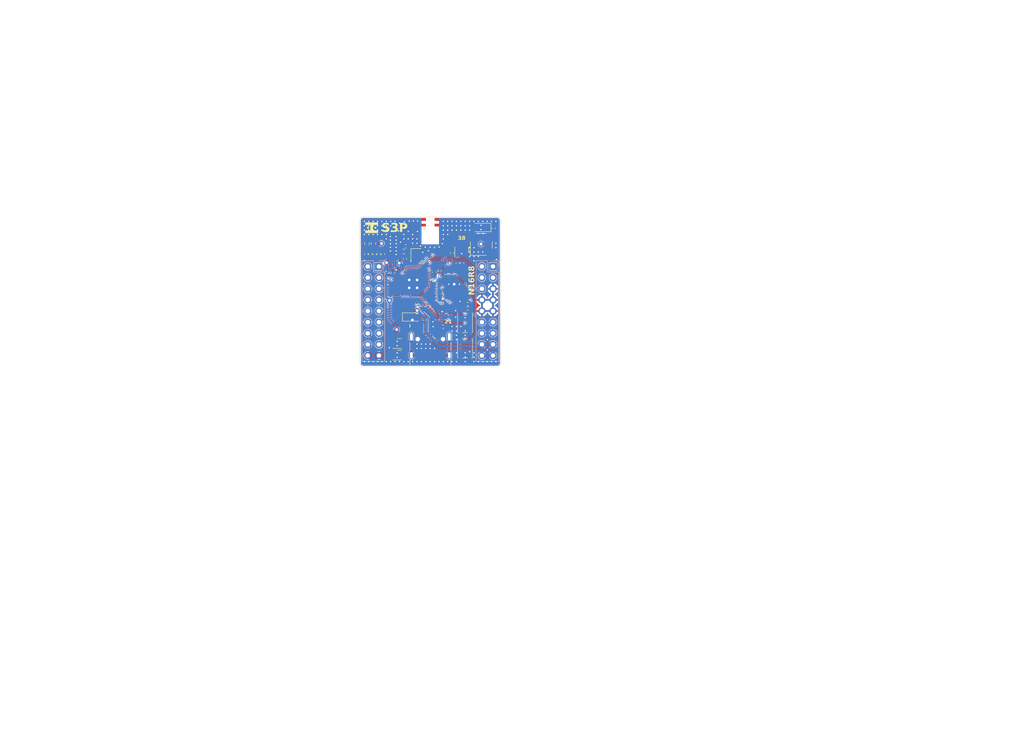
<source format=kicad_pcb>
(kicad_pcb (version 20240108) (generator "pcbnew") (generator_version "8.0")
  (layers (0 "F.Cu" signal) (1 "In1.Cu" signal) (2 "In2.Cu" signal) (31 "B.Cu" signal) (34 "B.Paste" user) (35 "F.Paste" user) (36 "B.SilkS" user "B.Silkscreen") (37 "F.SilkS" user "F.Silkscreen") (38 "B.Mask" user) (39 "F.Mask" user) (44 "Edge.Cuts" user))
  (net 0 "")
  (net 1 "Net-(ANT1-FEED{slash}GND)")
  (net 2 "GND")
  (net 3 "/VDD_SPI")
  (net 4 "Net-(C3-Pad1)")
  (net 5 "/XTAL_N")
  (net 6 "+3V3")
  (net 7 "/VDD3P3")
  (net 8 "/VBUS")
  (net 9 "/VIN")
  (net 10 "/U3V3")
  (net 11 "/LNA_IN")
  (net 12 "Net-(C19-Pad1)")
  (net 13 "/RESET")
  (net 14 "/21")
  (net 15 "Net-(D4-A)")
  (net 16 "Net-(J1-CC1)")
  (net 17 "/D_P")
  (net 18 "/D_N")
  (net 20 "Net-(J1-CC2)")
  (net 22 "unconnected-(J1-SHIELD-PadS1)")
  (net 23 "/1")
  (net 24 "/4")
  (net 25 "/6")
  (net 26 "/8")
  (net 27 "/10")
  (net 28 "/11")
  (net 29 "/9")
  (net 30 "/7")
  (net 31 "/5")
  (net 32 "/2")
  (net 33 "/12")
  (net 34 "/14")
  (net 35 "/16")
  (net 36 "/18")
  (net 37 "/45")
  (net 38 "/47")
  (net 39 "/48")
  (net 40 "/17")
  (net 41 "/15")
  (net 42 "/13")
  (net 43 "Net-(Q1-B)")
  (net 44 "/SPIHD")
  (net 45 "Net-(U1-SPIHD)")
  (net 46 "/SPIWP")
  (net 47 "Net-(U1-SPIWP)")
  (net 48 "/SPICLK")
  (net 49 "Net-(U1-SPICLK)")
  (net 50 "/SPIQ")
  (net 51 "Net-(U1-SPIQ)")
  (net 52 "/SPID")
  (net 53 "Net-(U1-SPID)")
  (net 54 "/SPICS0")
  (net 55 "/XTAL_P")
  (net 56 "/PIEZO")
  (net 57 "/BOOT")
  (net 58 "/3")
  (net 59 "/D-")
  (net 60 "/D+")
  (net 61 "/SPICS1")
  (net 73 "Net-(D5-PadC)")
  (net 74 "/46")
  (footprint "Resistor_SMD:R_0402_1005Metric" (layer "F.Cu") (at 166.2975 71.9275 90)
    (property "Reference" "C1" (hide yes))
    (property "Value" "0.1uF")
  )
  (footprint "ESP32-S2:QFN40P700X700X90-57N-D" (layer "F.Cu") (at 155.129 76.649999)
    (property "Reference" "U1" (hide yes))
    (property "Value" "ESP32-S3R8" (hide yes))
  )
  (footprint "Resistor_SMD:R_0201_0603Metric" (layer "F.Cu") (at 155.0525 63.2125)
    (property "Reference" "R10" (hide yes))
    (property "Value" "0")
  )
  (footprint "Resistor_SMD:R_0201_0603Metric" (layer "F.Cu") (at 150.28 72.87 180)
    (property "Reference" "C18" (hide yes))
    (property "Value" "2.7pF")
  )
  (footprint "Button_Switch_SMD:SW_SPST_PTS810" (layer "F.Cu") (at 166.957499 91.3425 90)
    (property "Reference" "SW1" (hide yes))
    (property "Value" "SW_SPST")
  )
  (footprint "Resistor_SMD:R_0603_1608Metric" (layer "F.Cu") (at 152.995 69.26)
    (property "Reference" "C10" (hide yes))
    (property "Value" "10uF")
  )
  (footprint "Package_TO_SOT_SMD:SOT-666" (layer "F.Cu") (at 158.791111 82.920971 135)
    (property "Reference" "U3" (hide yes))
    (property "Value" "USBLC6-2P6")
  )
  (footprint "Resistor_SMD:R_0402_1005Metric" (layer "F.Cu") (at 165.285 71.9275 90)
    (property "Reference" "C2" (hide yes))
    (property "Value" "1uF")
  )
  (footprint "Resistor_SMD:R_0402_1005Metric" (layer "F.Cu") (at 157.75 84.85 90)
    (property "Reference" "R9" (hide yes))
    (property "Value" "5.1k")
  )
  (footprint "LTST-C190GKT:LEDC1608X35N" (layer "F.Cu") (at 159.98 73.99 90)
    (property "Reference" "D5" (hide yes))
    (property "Value" "LTST-C190GKT")
  )
  (footprint "Resistor_SMD:R_0402_1005Metric" (layer "F.Cu") (at 146.330001 69.87 90)
    (property "Reference" "C8" (hide yes))
    (property "Value" "0.1uF")
  )
  (footprint "Resistor_SMD:R_0402_1005Metric" (layer "F.Cu") (at 148.23 69.87 90)
    (property "Reference" "C11" (hide yes))
    (property "Value" "0.1uF")
  )
  (footprint "logo:gaygaygaygay" (layer "F.Cu") (at 145.6725 63.8325)
    (property "Reference" "G***" (hide yes))
    (property "Value" "LOGO" (hide yes))
  )
  (footprint "Resistor_SMD:R_0201_0603Metric" (layer "F.Cu") (at 157.43 70.63 90)
    (property "Reference" "C4" (hide yes))
    (property "Value" "12pF")
  )
  (footprint "Inductor_SMD:L_0201_0603Metric" (layer "F.Cu") (at 150.6 71.82 90)
    (property "Reference" "L2" (hide yes))
    (property "Value" "2.4nH")
  )
  (footprint "2450AT18D0100:2450AT18D0100E" (layer "F.Cu") (at 159.0325 62.5825)
    (property "Reference" "ANT1" (hide yes))
    (property "Value" "2450AT18D0100E" (hide yes))
  )
  (footprint "Resistor_SMD:R_0402_1005Metric" (layer "F.Cu") (at 160.64 84.84 90)
    (property "Reference" "R8" (hide yes))
    (property "Value" "5.1k")
  )
  (footprint "W25Q128JVPIQ:SON127P600X500X80-9N-D" (layer "F.Cu") (at 164.475 76.72 90)
    (property "Reference" "IC1" (hide yes))
    (property "Value" "W25Q128JVPIQ" (hide yes))
  )
  (footprint "Diode_SMD:Nexperia_CFP3_SOD-123W" (layer "F.Cu") (at 154.95 84.21)
    (property "Reference" "D1" (hide yes))
    (property "Value" "PMEG6020AELR")
  )
  (footprint "Resistor_SMD:R_0402_1005Metric" (layer "F.Cu") (at 145.390002 69.87 90)
    (property "Reference" "C12" (hide yes))
    (property "Value" "0.1uF")
  )
  (footprint "Connector_USB:USB_C_Receptacle_GCT_USB4105-xx-A_16P_TopMnt_Horizontal" (layer "F.Cu") (at 159.05 91.855)
    (property "Reference" "J1" (hide yes))
    (property "Value" "USB_C_Receptacle_USB2.0")
  )
  (footprint "Resistor_SMD:R_0201_0603Metric" (layer "F.Cu") (at 154.07 70.695 -90)
    (property "Reference" "C3" (hide yes))
    (property "Value" "12pF")
  )
  (footprint "Package_SON:WSON-6-1EP_2x2mm_P0.65mm_EP1x1.6mm_ThermalVias" (layer "F.Cu") (at 151.4875 92.9)
    (property "Reference" "U5" (hide yes))
    (property "Value" "TLV76733DRVx")
  )
  (footprint "Resistor_SMD:R_0201_0603Metric" (layer "F.Cu") (at 160.5425 77.4425 180)
    (property "Reference" "R4" (hide yes))
    (property "Value" "0")
  )
  (footprint "Resistor_SMD:R_0201_0603Metric" (layer "F.Cu") (at 156.1075 63.5375 -90)
    (property "Reference" "C21" (hide yes))
    (property "Value" "NC")
  )
  (footprint "Button_Switch_SMD:SW_SPST_PTS810" (layer "F.Cu") (at 166.957499 85.560001 -90)
    (property "Reference" "SW2" (hide yes))
    (property "Value" "SW_SPST")
  )
  (footprint "Resistor_SMD:R_0402_1005Metric" (layer "F.Cu") (at 167.577499 81.290001 180)
    (property "Reference" "C22" (hide yes))
    (property "Value" "1uF")
  )
  (footprint "Resistor_SMD:R_0402_1005Metric" (layer "F.Cu") (at 147.280002 69.87 90)
    (property "Reference" "C9" (hide yes))
    (property "Value" "1uF")
  )
  (footprint "Resistor_SMD:R_0201_0603Metric" (layer "F.Cu") (at 154.0025 63.5325 -90)
    (property "Reference" "C20" (hide yes))
    (property "Value" "NC")
  )
  (footprint "Package_TO_SOT_SMD:SOT-23" (layer "F.Cu") (at 166.195 68.87 90)
    (property "Reference" "Q1" (hide yes))
    (property "Value" "BC817-25L")
  )
  (footprint "Resistor_SMD:R_0402_1005Metric" (layer "F.Cu") (at 150.51 74.15 90)
    (property "Reference" "C7" (hide yes))
    (property "Value" "0.1uF")
  )
  (footprint "Inductor_SMD:L_0402_1005Metric" (layer "F.Cu") (at 149.57 74.165 90)
    (property "Reference" "L1" (hide yes))
    (property "Value" "2nH")
  )
  (footprint "Resistor_SMD:R_0201_0603Metric" (layer "F.Cu") (at 160.5425 78.1425 180)
    (property "Reference" "R3" (hide yes))
    (property "Value" "0")
  )
  (footprint "Resistor_SMD:R_0402_1005Metric" (layer "F.Cu") (at 144.440003 69.87 90)
    (property "Reference" "C5" (hide yes))
    (property "Value" "1uF")
  )
  (footprint "Diode_SMD:Nexperia_CFP3_SOD-123W" (layer "F.Cu") (at 170.611249 63.784999 180)
    (property "Reference" "D4" (hide yes))
    (property "Value" "PMEG6020AELR")
  )
  (footprint "Resistor_SMD:R_0402_1005Metric" (layer "F.Cu") (at 161.17 73.56 90)
    (property "Reference" "R6" (hide yes))
    (property "Value" "120")
  )
  (footprint "Resistor_SMD:R_0603_1608Metric" (layer "F.Cu") (at 144.6 67.45 -90)
    (property "Reference" "C14" (hide yes))
    (property "Value" "1uF")
  )
  (footprint "Resistor_SMD:R_0603_1608Metric" (layer "F.Cu") (at 146.075001 67.45 -90)
    (property "Reference" "C16" (hide yes))
    (property "Value" "1uF")
  )
  (footprint "Resistor_SMD:R_0201_0603Metric" (layer "F.Cu") (at 160.5475 79.2475 180)
    (property "Reference" "R2" (hide yes))
    (property "Value" "0")
  )
  (footprint "CG0603MLU-24E:DIONC1608X55N" (layer "F.Cu") (at 154.38 86.21)
    (property "Reference" "D2" (hide yes))
    (property "Value" "CG0603MLU-24E" (hide yes))
  )
  (footprint "Resistor_SMD:R_0201_0603Metric" (layer "F.Cu") (at 149.05 70.1 90)
    (property "Reference" "C6" (hide yes))
    (property "Value" "10nF")
  )
  (footprint "CMT-0525-75-SMT-TR:XDCR_CMT-0525-75-SMT-TR" (layer "F.Cu") (at 170.654997 67.6475 -90)
    (property "Reference" "LS1" (hide yes))
    (property "Value" "CMT-0525-75-SMT-TR")
  )
  (footprint "Resistor_SMD:R_0402_1005Metric" (layer "F.Cu") (at 173.47 63.9675 -90)
    (property "Reference" "C17" (hide yes))
    (property "Value" "2.2uF")
  )
  (footprint "Resistor_SMD:R_0201_0603Metric" (layer "F.Cu") (at 150.92 70.7675)
    (property "Reference" "C19" (hide yes))
    (property "Value" "2.4pF")
  )
  (footprint "Crystal:Crystal_SMD_2016-4Pin_2.0x1.6mm" (layer "F.Cu") (at 155.78 69.94 -90)
    (property "Reference" "Y1" (hide yes))
    (property "Value" "ECS-400-10-37B2-CKM-TR")
  )
  (footprint "Resistor_SMD:R_0201_0603Metric" (layer "F.Cu") (at 160.5425 76.74 180)
    (property "Reference" "R5" (hide yes))
    (property "Value" "0")
  )
  (footprint "Resistor_SMD:R_0402_1005Metric" (layer "F.Cu") (at 153.435 68.06)
    (property "Reference" "C15" (hide yes))
    (property "Value" "2.2uF")
  )
  (footprint "Resistor_SMD:R_0402_1005Metric" (layer "F.Cu") (at 153.25 70.92 90)
    (property "Reference" "R7" (hide yes))
    (property "Value" "22")
  )
  (footprint "Resistor_SMD:R_0402_1005Metric" (layer "F.Cu") (at 161.97 86.42)
    (property "Reference" "C13" (hide yes))
    (property "Value" "0.1uF")
  )
  (footprint "Resistor_SMD:R_0201_0603Metric" (layer "F.Cu") (at 160.006048 80.956048 135)
    (property "Reference" "R13" (hide yes))
    (property "Value" "100K")
  )
  (footprint "SK6805-EC15:SK6805-EC15" (layer "F.Cu") (at 163.14 83.45)
    (property "Reference" "U2" (hide yes))
    (property "Value" "4492")
  )
  (footprint "Resistor_SMD:R_0402_1005Metric" (layer "F.Cu") (at 164.01 69.59 90)
    (property "Reference" "R12" (hide yes))
    (property "Value" "422")
  )
  (footprint "Package_SON:WSON-6-1EP_2x2mm_P0.65mm_EP1x1.6mm_ThermalVias" (layer "F.Cu") (at 151.4875 90.25)
    (property "Reference" "U4" (hide yes))
    (property "Value" "TLV76733DRVx")
  )
  (footprint "Resistor_SMD:R_0402_1005Metric" (layer "F.Cu") (at 167.5775 82.24)
    (property "Reference" "R11" (hide yes))
    (property "Value" "10K")
  )
  (footprint "Resistor_SMD:R_0201_0603Metric" (layer "F.Cu") (at 160.5475 79.9475 180)
    (property "Reference" "R1" (hide yes))
    (property "Value" "0")
  )
  (footprint "Connector_PinHeader_2.54mm:PinHeader_2x09_P2.54mm_Vertical" (layer "B.Cu") (at 173.34 72.68 180)
    (property "Reference" "J3" (hide yes))
    (property "Value" "Conn_02x09_Odd_Even")
  )
  (footprint "Connector_PinHeader_2.54mm:PinHeader_2x09_P2.54mm_Vertical" (layer "B.Cu") (at 147.32 72.68 180)
    (property "Reference" "J2" (hide yes))
    (property "Value" "Conn_02x09_Odd_Even")
  )
  (gr_circle (center 157.52 64.05) (end 157.672643 64.05) (stroke (width 0.3)) (fill none) (layer "F.SilkS"))
  (gr_arc (start 174.34875 61.3825) (mid 174.87908 61.60217) (end 175.09875 62.1325) (stroke (width 0.1)) (layer "Edge.Cuts"))
  (gr_line (start 175.09875 62.1325) (end 175.12125 94.78) (stroke (width 0.1)) (layer "Edge.Cuts"))
  (gr_arc (start 142.96625 62.1325) (mid 143.18592 61.60217) (end 143.71625 61.3825) (stroke (width 0.1)) (layer "Edge.Cuts"))
  (gr_line (start 174.34875 61.3825) (end 143.71625 61.3825) (stroke (width 0.1)) (layer "Edge.Cuts"))
  (gr_line (start 142.98875 94.78) (end 142.96625 62.1325) (stroke (width 0.1)) (layer "Edge.Cuts"))
  (gr_line (start 174.37125 95.53) (end 143.73875 95.53) (stroke (width 0.1)) (layer "Edge.Cuts"))
  (gr_arc (start 143.73875 95.53) (mid 143.208452 95.310312) (end 142.98875 94.78) (stroke (width 0.1)) (layer "Edge.Cuts"))
  (gr_arc (start 175.12125 94.78) (mid 174.901583 95.310348) (end 174.37125 95.53) (stroke (width 0.1)) (layer "Edge.Cuts"))
  (gr_text "S3P" (at 147.9 65.125 0) (layer "F.SilkS") (effects (font (size 2 2) (thickness 0.3) (bold yes)) (justify left bottom)))
  (gr_text "38" (at 166.2 66.76 0) (layer "F.SilkS") (effects (font (size 0.9 0.9) (thickness 0.225) (bold yes)) (justify bottom)))
  (gr_text "21" (at 163.12 85.83 0) (layer "F.SilkS") (effects (font (size 0.9 0.9) (thickness 0.225) (bold yes)) (justify bottom)))
  (gr_text "N16R8" (at 169.2875 79.2425 90) (layer "F.SilkS") (effects (font (size 1.3 1.3) (thickness 0.225) (bold yes)) (justify left bottom)))
  (segment (start 156.1225 63.2325) (end 156.1075 63.2175) (width 0.183) (layer "F.Cu") (net 1))
  (segment (start 156.1025 63.2125) (end 156.1075 63.2175) (width 0.183) (layer "F.Cu") (net 1))
  (segment (start 157.5325 63.2325) (end 156.1225 63.2325) (width 0.183) (layer "F.Cu") (net 1))
  (segment (start 155.3725 63.2125) (end 156.1025 63.2125) (width 0.183) (layer "F.Cu") (net 1))
  (segment (start 156.33 69.24) (end 157.13 69.24) (width 0.2) (layer "F.Cu") (net 2))
  (segment (start 157.13 69.24) (end 157.33 69.44) (width 0.2) (layer "F.Cu") (net 2))
  (segment (start 166.38 80.085) (end 166.38 79.57) (width 0.2) (layer "F.Cu") (net 2))
  (segment (start 159.873003 82.482583) (end 160.64 83.24958) (width 0.3) (layer "F.Cu") (net 2))
  (segment (start 154.497448 70.64) (end 155.23 70.64) (width 0.2) (layer "F.Cu") (net 2))
  (segment (start 157.43 69.54) (end 157.33 69.44) (width 0.2) (layer "F.Cu") (net 2))
  (segment (start 158.822913 83.242723) (end 157.75 84.315636) (width 0.3) (layer "F.Cu") (net 2))
  (segment (start 159.112863 82.952773) (end 159.583053 82.482583) (width 0.3) (layer "F.Cu") (net 2))
  (segment (start 154.122448 71.015) (end 154.497448 70.64) (width 0.2) (layer "F.Cu") (net 2))
  (segment (start 160.64 83.24958) (end 160.64 84.33) (width 0.3) (layer "F.Cu") (net 2))
  (segment (start 154.07 71.015) (end 154.122448 71.015) (width 0.2) (layer "F.Cu") (net 2))
  (segment (start 154.495 71.44) (end 154.6 71.44) (width 0.2) (layer "F.Cu") (net 2))
  (segment (start 159.112863 83.242723) (end 158.822913 83.242723) (width 0.3) (layer "F.Cu") (net 2))
  (segment (start 159.445185 83.575045) (end 159.112863 83.242723) (width 0.3) (layer "F.Cu") (net 2))
  (segment (start 165.8025 80.6625) (end 166.38 80.085) (width 0.2) (layer "F.Cu") (net 2))
  (segment (start 157.43 70.31) (end 157.43 69.54) (width 0.2) (layer "F.Cu") (net 2))
  (segment (start 160.58 84.33) (end 159.63 85.28) (width 0.3) (layer "F.Cu") (net 2))
  (segment (start 159.583053 82.482583) (end 159.873003 82.482583) (width 0.3) (layer "F.Cu") (net 2))
  (segment (start 154.07 71.015) (end 154.495 71.44) (width 0.2) (layer "F.Cu") (net 2))
  (segment (start 160.64 84.33) (end 160.58 84.33) (width 0.3) (layer "F.Cu") (net 2))
  (segment (start 159.112863 83.242723) (end 159.112863 82.952773) (width 0.3) (layer "F.Cu") (net 2))
  (segment (start 157.75 84.315636) (end 157.75 84.34) (width 0.3) (layer "F.Cu") (net 2))
  (via (at 173 62.38) (size 0.6) (drill 0.3) (layers "F.Cu" "B.Cu") (net 2))
  (via (at 169 68.38) (size 0.6) (drill 0.3) (layers "F.Cu" "B.Cu") (net 2))
  (via (at 156 90.38) (size 0.6) (drill 0.3) (layers "F.Cu" "B.Cu") (net 2))
  (via (at 164 63.38) (size 0.6) (drill 0.3) (layers "F.Cu" "B.Cu") (net 2))
  (via (at 149.95 65.8375) (size 0.6) (drill 0.3) (layers "F.Cu" "B.Cu") (net 2))
  (via (at 162 65.38) (size 0.6) (drill 0.3) (layers "F.Cu" "B.Cu") (net 2))
  (via (at 151.49 92.4) (size 0.6) (drill 0.3) (layers "F.Cu" "B.Cu") (net 2))
  (via (at 170 69.38) (size 0.6) (drill 0.3) (layers "F.Cu" "B.Cu") (net 2))
  (via (at 144 65.38) (size 0.6) (drill 0.3) (layers "F.Cu" "B.Cu") (net 2))
  (via (at 145 94.38) (size 0.6) (drill 0.3) (layers "F.Cu" "B.Cu") (net 2))
  (via (at 167 92.38) (size 0.6) (drill 0.3) (layers "F.Cu" "B.Cu") (net 2))
  (via (at 154.229 77.549999) (size 1.2) (drill 0.6) (layers "F.Cu" "B.Cu") (net 2))
  (via (at 167 62.38) (size 0.6) (drill 0.3) (layers "F.Cu" "B.Cu") (net 2))
  (via (at 167 93.38) (size 0.6) (drill 0.3) (layers "F.Cu" "B.Cu") (net 2))
  (via (at 168 92.11) (size 0.6) (drill 0.3) (layers "F.Cu" "B.Cu") (net 2))
  (via (at 172.06 91.7) (size 0.6) (drill 0.3) (layers "F.Cu" "B.Cu") (net 2))
  (via (at 145 64.38) (size 0.6) (drill 0.3) (layers "F.Cu" "B.Cu") (net 2))
  (via (at 165 89.38) (size 0.6) (drill 0.3) (layers "F.Cu" "B.Cu") (net 2))
  (via (at 150 62.38) (size 0.6) (drill 0.3) (layers "F.Cu" "B.Cu") (net 2))
  (via (at 172.06 89.36) (size 0.6) (drill 0.3) (layers "F.Cu" "B.Cu") (net 2))
  (via (at 150.836347 63.682189) (size 0.6) (drill 0.3) (layers "F.Cu" "B.Cu") (net 2))
  (via (at 154 66.38) (size 0.6) (drill 0.3) (layers "F.Cu" "B.Cu") (net 2))
  (via (at 170 65.14) (size 0.6) (drill 0.3) (layers "F.Cu" "B.Cu") (net 2))
  (via (at 165 86.38) (size 0.6) (drill 0.3) (layers "F.Cu" "B.Cu") (net 2))
  (via (at 169 62.38) (size 0.6) (drill 0.3) (layers "F.Cu" "B.Cu") (net 2))
  (via (at 169 70.38) (size 0.6) (drill 0.3) (layers "F.Cu" "B.Cu") (net 2))
  (via (at 152.052374 62.795747) (size 0.6) (drill 0.3) (layers "F.Cu" "B.Cu") (net 2))
  (via (at 174 62.38) (size 0.6) (drill 0.3) (layers "F.Cu" "B.Cu") (net 2))
  (via (at 144 62.38) (size 0.6) (drill 0.3) (layers "F.Cu" "B.Cu") (net 2))
  (via (at 165 92.38) (size 0.6) (drill 0.3) (layers "F.Cu" "B.Cu") (net 2))
  (via (at 148 63.38) (size 0.6) (drill 0.3) (layers "F.Cu" "B.Cu") (net 2))
  (via (at 154.22 62.33) (size 0.6) (drill 0.3) (layers "F.Cu" "B.Cu") (net 2))
  (via (at 161.06 68.23) (size 0.6) (drill 0.3) (layers "F.Cu" "B.Cu") (net 2))
  (via (at 156.13 62.31) (size 0.6) (drill 0.3) (layers "F.Cu" "B.Cu") (net 2))
  (via (at 144 63.38) (size 0.6) (drill 0.3) (layers "F.Cu" "B.Cu") (net 2))
  (via (at 148 94.38) (size 0.6) (drill 0.3) (layers "F.Cu" "B.Cu") (net 2))
  (via (at 153.13 62.48) (size 0.6) (drill 0.3) (layers "F.Cu" "B.Cu") (net 2))
  (via (at 151.25 67.480833) (size 0.6) (drill 0.3) (layers "F.Cu" "B.Cu") (net 2))
  (via (at 157.88 68.27) (size 0.6) (drill 0.3) (layers "F.Cu" "B.Cu") (net 2))
  (via (at 155 94.38) (size 0.6) (drill 0.3) (layers "F.Cu" "B.Cu") (net 2))
  (via (at 163 63.38) (size 0.6) (drill 0.3) (layers "F.Cu" "B.Cu") (net 2))
  (via (at 168 70.38) (size 0.6) (drill 0.3) (layers "F.Cu" "B.Cu") (net 2))
  (via (at 145 63.38) (size 0.6) (drill 0.3) (layers "F.Cu" "B.Cu") (net 2))
  (via (at 159.63 85.28) (size 0.6) (drill 0.3) (layers "F.Cu" "B.Cu") (net 2))
  (via (at 149 66.38) (size 0.6) (drill 0.3) (layers "F.Cu" "B.Cu") (net 2))
  (via (at 172 62.38) (size 0.6) (drill 0.3) (layers "F.Cu" "B.Cu") (net 2))
  (via (at 154.955 84.8725) (size 1.2) (drill 0.6) (layers "F.Cu" "B.Cu") (net 2))
  (via (at 170.6 63.28) (size 0.6) (drill 0.3) (layers "F.Cu" "B.Cu") (net 2))
  (via (at 169 92.38) (size 0.6) (drill 0.3) (layers "F.Cu" "B.Cu") (net 2))
  (via (at 171.09 65.14) (size 0.6) (drill 0.3) (layers "F.Cu" "B.Cu") (net 2))
  (via (at 161.79 67.46) (size 0.6) (drill 0.3) (layers "F.Cu" "B.Cu") (net 2))
  (via (at 158.62 69.124) (size 0.6) (drill 0.3) (layers "F.Cu" "B.Cu") (net 2))
  (via (at 166 64.38) (size 0.6) (drill 0.3) (layers "F.Cu" "B.Cu") (net 2))
  (via (at 164 86.38) (size 0.6) (drill 0.3) (layers "F.Cu" "B.Cu") (net 2))
  (via (at 158 91.38) (size 0.6) (drill 0.3) (layers "F.Cu" "B.Cu") (net 2))
  (via (at 154.01 64.68) (size 0.6) (drill 0.3) (layers "F.Cu" "B.Cu") (net 2))
  (via (at 158.994 68.319) (size 0.6) (drill 0.3) (layers "F.Cu" "B.Cu") (net 2))
  (via (at 169 93.38) (size 0.6) (drill 0.3) (layers "F.Cu" "B.Cu") (net 2))
  (via (at 168 69.38) (size 0.6) (drill 0.3) (layers "F.Cu" "B.Cu") (net 2))
  (via (at 167 64.38) (size 0.6) (drill 0.3) (layers "F.Cu" "B.Cu") (net 2))
  (via (at 143.95 76.52) (size 0.6) (drill 0.3) (layers "F.Cu" "B.Cu") (net 2))
  (via (at 162 64.38) (size 0.6) (drill 0.3) (layers "F.Cu" "B.Cu") (net 2))
  (via (at 156 66.38) (size 0.6) (drill 0.3) (layers "F.Cu" "B.Cu") (net 2))
  (via (at 156.11 64.68) (size 0.6) (drill 0.3) (layers "F.Cu" "B.Cu") (net 2))
  (via (at 170 62.38) (size 0.6) (drill 0.3) (layers "F.Cu" "B.Cu") (net 2))
  (via (at 159 91.38) (size 0.6) (drill 0.3) (layers "F.Cu" "B.Cu") (net 2))
  (via (at 151.25 65.8375) (size 0.6) (drill 0.3) (layers "F.Cu" "B.Cu") (net 2))
  (via (at 156 94.38) (size 0.6) (drill 0.3) (layers "F.Cu" "B.Cu") (net 2))
  (via (at 149 64.38) (size 0.6) (drill 0.3) (layers "F.Cu" "B.Cu") (net 2))
  (via (at 149.69 91.22) (size 0.6) (drill 0.3) (layers "F.Cu" "B.Cu") (net 2))
  (via (at 165 62.38) (size 0.6) (drill 0.3) (layers "F.Cu" "B.Cu") (net 2))
  (via (at 168 64.38) (size 0.6) (drill 0.3) (layers "F.Cu" "B.Cu") (net 2))
  (via (at 164 87.38) (size 0.6) (drill 0.3) (layers "F.Cu" "B.Cu") (net 2))
  (via (at 162 66.38) (size 0.6) (drill 0.3) (layers "F.Cu" "B.Cu") (net 2))
  (via (at 168 68.38) (size 0.6) (drill 0.3) (layers "F.Cu" "B.Cu") (net 2))
  (via (at 169 71.38) (size 0.6) (drill 0.3) (layers "F.Cu" "B.Cu") (net 2))
  (via (at 165 63.38) (size 0.6) (drill 0.3) (layers "F.Cu" "B.Cu") (net 2))
  (via (at 150 94.38) (size 0.6) (drill 0.3) (layers "F.Cu" "B.Cu") (net 2))
  (via (at 147 65.38) (size 0.6) (drill 0.3) (layers "F.Cu" "B.Cu") (net 2))
  (via (at 147 62.38) (size 0.6) (drill 0.3) (layers "F.Cu" "B.Cu") (net 2))
  (via (at 155 65.38) (size 0.6) (drill 0.3) (layers "F.Cu" "B.Cu") (net 2))
  (via (at 158 90.38) (size 0.6) (drill 0.3) (layers "F.Cu" "B.Cu") (net 2))
  (via (at 165.7 76.72) (size 0.6) (drill 0.3) (layers "F.Cu" "B.Cu") (net 2))
  (via (at 156.029 77.549999) (size 1.2) (drill 0.6) (layers "F.Cu" "B.Cu") (net 2))
  (via (at 144 94.38) (size 0.6) (drill 0.3) (layers "F.Cu" "B.Cu") (net 2))
  (via (at 147 64.38) (size 0.6) (drill 0.3) (layers "F.Cu" "B.Cu") (net 2))
  (via (at 158 94.38) (size 0.6) (drill 0.3) (layers "F.Cu" "B.Cu") (net 2))
  (via (at 162 62.38) (size 0.6) (drill 0.3) (layers "F.Cu" "B.Cu") (net 2))
  (via (at 149.95 67.480833) (size 0.6) (drill 0.3) (layers "F.Cu" "B.Cu") (net 2))
  (via (at 145 65.38) (size 0.6) (drill 0.3) (layers "F.Cu" "B.Cu") (net 2))
  (via (at 146 62.38) (size 0.6) (drill 0.3) (layers "F.Cu" "B.Cu") (net 2))
  (via (at 148 65.38) (size 0.6) (drill 0.3) (layers "F.Cu" "B.Cu") (net 2))
  (via (at 167 88.38) (size 0.6) (drill 0.3) (layers "F.Cu" "B.Cu") (net 2))
  (via (at 164 64.38) (size 0.6) (drill 0.3) (layers "F.Cu" "B.Cu") (net 2))
  (via (at 164.83 84.23) (size 0.6) (drill 0.3) (layers "F.Cu" "B.Cu") (net 2))
  (via (at 161 94.38) (size 0.6) (drill 0.3) (layers "F.Cu" "B.Cu") (net 2))
  (via (at 155.18 62.32) (size 0.6) (drill 0.3) (layers "F.Cu" "B.Cu") (net 2))
  (via (at 148 64.38) (size 0.6) (drill 0.3) (layers "F.Cu" "B.Cu") (net 2))
  (via (at 147 94.38) (size 0.6) (drill 0.3) (layers "F.Cu" "B.Cu") (net 2))
  (via (at 165 88.38) (size 0.6) (drill 0.3) (layers "F.Cu" "B.Cu") (net 2))
  (via (at 166 63.38) (size 0.6) (drill 0.3) (layers "F.Cu" "B.Cu") (net 2))
  (via (at 169 69.38) (size 0.6) (drill 0.3) (layers "F.Cu" "B.Cu") (net 2))
  (via (at 174 67.38) (size 0.6) (drill 0.3) (layers "F.Cu" "B.Cu") (net 2))
  (via (at 166 62.38) (size 0.6) (drill 0.3) (layers "F.Cu" "B.Cu") (net 2))
  (via (at 163.25 76.72) (size 0.6) (drill 0.3) (layers "F.Cu" "B.Cu") (net 2))
  (via (at 149.95 66.659166) (size 0.6) (drill 0.3) (layers "F.Cu" "B.Cu") (net 2))
  (via (at 151.48 90.75) (size 0.6) (drill 0.3) (layers "F.Cu" "B.Cu") (net 2))
  (via (at 153.240952 63.862302) (size 0.6) (drill 0.3) (layers "F.Cu" "B.Cu") (net 2))
  (via (at 149 63.38) (size 0.6) (drill 0.3) (layers "F.Cu" "B.Cu") (net 2))
  (via (at 171 62.38) (size 0.6) (drill 0.3) (layers "F.Cu" "B.Cu") (net 2))
  (via (at 148 62.38) (size 0.6) (drill 0.3) (layers "F.Cu" "B.Cu") (net 2))
  (via (at 160 68.38) (size 0.6) (drill 0.3) (layers "F.Cu" "B.Cu") (net 2))
  (via (at 146 65.38) (size 0.6) (drill 0.3) (layers "F.Cu" "B.Cu") (net 2))
  (via (at 157 90.38) (size 0.6) (drill 0.3) (layers "F.Cu" "B.Cu") (net 2))
  (via (at 151 94.38) (size 0.6) (drill 0.3) (layers "F.Cu" "B.Cu") (net 2))
  (via (at 153 65.38) (size 0.6) (drill 0.3) (layers "F.Cu" "B.Cu") (net 2))
  (via (at 160 91.38) (size 0.6) (drill 0.3) (layers "F.Cu" "B.Cu") (net 2))
  (via (at 174 94.38) (size 0.6) (drill 0.3) (layers "F.Cu" "B.Cu") (net 2))
  (via (at 162 63.38) (size 0.6) (drill 0.3) (layers "F.Cu" "B.Cu") (net 2))
  (via (at 157.33 69.44) (size 0.6) (drill 0.3) (layers "F.Cu" "B.Cu") (net 2))
  (via (at 164.475 76.72) (size 1.2) (drill 0.6) (layers "F.Cu" "B.Cu") (net 2))
  (via (at 146 64.38) (size 0.6) (drill 0.3) (layers "F.Cu" "B.Cu") (net 2))
  (via (at 156.029 75.749999) (size 1.2) (drill 0.6) (layers "F.Cu" "B.Cu") (net 2))
  (via (at 151.25 69.124166) (size 0.6) (drill 0.3) (layers "F.Cu" "B.Cu") (net 2))
  (via (at 153 94.38) (size 0.6) (drill 0.3) (layers "F.Cu" "B.Cu") (net 2))
  (via (at 151.25 66.659166) (size 0.6) (drill 0.3) (layers "F.Cu" "B.Cu") (net 2))
  (via (at 167 94.38) (size 0.6) (drill 0.3) (layers "F.Cu" "B.Cu") (net 2))
  (via (at 151.48 89.75) (size 0.6) (drill 0.3) (layers "F.Cu" "B.Cu") (net 2))
  (via (at 151.25 69.945833) (size 0.6) (drill 0.3) (layers "F.Cu" "B.Cu") (net 2))
  (via (at 155 67.38) (size 0.6) (drill 0.3) (layers "F.Cu" "B.Cu") (net 2))
  (via (at 154 94.38) (size 0.6) (drill 0.3) (layers "F.Cu" "B.Cu") (net 2))
  (via (at 151.777865 64.578595) (size 0.6) (drill 0.3) (layers "F.Cu" "B.Cu") (net 2))
  (via (at 173 94.38) (size 0.6) (drill 0.3) (layers "F.Cu" "B.Cu") (net 2))
  (via (at 162 94.38) (size 0.6) (drill 0.3) (layers "F.Cu" "B.Cu") (net 2))
  (via (at 166.21 69.74) (size 0.6) (drill 0.3) (layers "F.Cu" "B.Cu") (net 2))
  (via (at 146 94.38) (size 0.6) (drill 0.3) (layers "F.Cu" "B.Cu") (net 2))
  (via (at 165.8025 80.6625) (size 0.6) (drill 0.3) (layers "F.Cu" "B.Cu") (net 2))
  (via (at 151.49 93.4) (size 0.6) (drill 0.3) (layers "F.Cu" "B.Cu") (net 2))
  (via (at 163 64.38) (size 0.6) (drill 0.3) (layers "F.Cu" "B.Cu") (net 2))
  (via (at 154.229 75.749999) (size 1.2) (drill 0.6) (layers "F.Cu" "B.Cu") (net 2))
  (via (at 165 64.38) (size 0.6) (drill 0.3) (layers "F.Cu" "B.Cu") (net 2))
  (via (at 151.25 68.3025) (size 0.6) (drill 0.3) (layers "F.Cu" "B.Cu") (net 2))
  (via (at 174 68.38) (size 0.6) (drill 0.3) (layers "F.Cu" "B.Cu") (net 2))
  (via (at 150.183247 64.664873) (size 0.6) (drill 0.3) (layers "F.Cu" "B.Cu") (net 2))
  (via (at 149 65.38) (size 0.6) (drill 0.3) (layers "F.Cu" "B.Cu") (net 2))
  (via (at 166 86.38) (size 0.6) (drill 0.3) (layers "F.Cu" "B.Cu") (net 2))
  (via (at 164 62.38) (size 0.6) (drill 0.3) (layers "F.Cu" "B.Cu") (net 2))
  (via (at 167 63.38) (size 0.6) (drill 0.3) (layers "F.Cu" "B.Cu") (net 2))
  (via (at 149 94.38) (size 0.6) (drill 0.3) (layers "F.Cu" "B.Cu") (net 2))
  (via (at 168 62.38) (size 0.6) (drill 0.3) (layers "F.Cu" "B.Cu") (net 2))
  (via (at 169 94.38) (size 0.6) (drill 0.3) (layers "F.Cu" "B.Cu") (net 2))
  (via (at 171 94.38) (size 0.6) (drill 0.3) (layers "F.Cu" "B.Cu") (net 2))
  (via (at 159 94.38) (size 0.6) (drill 0.3) (layers "F.Cu" "B.Cu") (net 2))
  (via (at 159 90.38) (size 0.6) (drill 0.3) (layers "F.Cu" "B.Cu") (net 2))
  (via (at 174.13 71.06) (size 0.6) (drill 0.3) (layers "F.Cu" "B.Cu") (net 2))
  (via (at 152.24 67.14) (size 0.6) (drill 0.3) (layers "F.Cu" "B.Cu") (net 2))
  (via (at 163 65.38) (size 0.6) (drill 0.3) (layers "F.Cu" "B.Cu") (net 2))
  (via (at 157 94.38) (size 0.6) (drill 0.3) (layers "F.Cu" "B.Cu") (net 2))
  (via (at 146 63.38) (size 0.6) (drill 0.3) (layers "F.Cu" "B.Cu") (net 2))
  (via (at 150 63.38) (size 0.6) (drill 0.3) (layers "F.Cu" "B.Cu") (net 2))
  (via (at 167 87.38) (size 0.6) (drill 0.3) (layers "F.Cu" "B.Cu") (net 2))
  (via (at 171 69.38) (size 0.6) (drill 0.3) (layers "F.Cu" "B.Cu") (net 2))
  (via (at 151 62.38) (size 0.6) (drill 0.3) (layers "F.Cu" "B.Cu") (net 2))
  (via (at 159.69 86.4) (size 0.6) (drill 0.3) (layers "F.Cu" "B.Cu") (net 2))
  (via (at 165 94.38) (size 0.6) (drill 0.3) (layers "F.Cu" "B.Cu") (net 2))
  (via (at 145 62.38) (size 0.6) (drill 0.3) (layers "F.Cu" "B.Cu") (net 2))
  (via (at 154.6 71.44) (size 0.6) (drill 0.3) (layers "F.Cu" "B.Cu") (net 2))
  (via (at 168 63.38) (size 0.6) (drill 0.3) (layers "F.Cu" "B.Cu") (net 2))
  (via (at 157 91.38) (size 0.6) (drill 0.3) (layers "F.Cu" "B.Cu") (net 2))
  (via (at 170 94.38) (size 0.6) (drill 0.3) (layers "F.Cu" "B.Cu") (net 2))
  (via (at 160 94.38) (size 0.6) (drill 0.3) (layers "F.Cu" "B.Cu") (net 2))
  (via (at 163 94.38) (size 0.6) (drill 0.3) (layers "F.Cu" "B.Cu") (net 2))
  (via (at 167 84.38) (size 0.6) (drill 0.3) (layers "F.Cu" "B.Cu") (net 2))
  (via (at 164.82 82.75) (size 0.6) (drill 0.3) (layers "F.Cu" "B.Cu") (net 2))
  (via (at 153 66.38) (size 0.6) (drill 0.3) (layers "F.Cu" "B.Cu") (net 2))
  (via (at 164 94.38) (size 0.6) (drill 0.3) (layers "F.Cu" "B.Cu") (net 2))
  (via (at 170 70.38) (size 0.6) (drill 0.3) (layers "F.Cu" "B.Cu") (net 2))
  (via (at 147 63.38) (size 0.6) (drill 0.3) (layers "F.Cu" "B.Cu") (net 2))
  (via (at 156 91.38) (size 0.6) (drill 0.3) (layers "F.Cu" "B.Cu") (net 2))
  (via (at 165 87.38) (size 0.6) (drill 0.3) (layers "F.Cu" "B.Cu") (net 2))
  (via (at 156.79 68.02) (size 0.6) (drill 0.3) (layers "F.Cu" "B.Cu") (net 2))
  (via (at 155 66.38) (size 0.6) (drill 0.3) (layers "F.Cu" "B.Cu") (net 2))
  (via (at 172 94.38) (size 0.6) (drill 0.3) (layers "F.Cu" "B.Cu") (net 2))
  (via (at 163 62.38) (size 0.6) (drill 0.3) (layers "F.Cu" "B.Cu") (net 2))
  (via (at 144 64.38) (size 0.6) (drill 0.3) (layers "F.Cu" "B.Cu") (net 2))
  (via (at 156 67.38) (size 0.6) (drill 0.3) (layers "F.Cu" "B.Cu") (net 2))
  (via (at 149.95 68.3025) (size 0.6) (drill 0.3) (layers "F.Cu" "B.Cu") (net 2))
  (via (at 152 94.38) (size 0.6) (drill 0.3) (layers "F.Cu" "B.Cu") (net 2))
  (via (at 144 71.38) (size 0.6) (drill 0.3) (layers "F.Cu" "B.Cu") (net 2))
  (via (at 149 62.38) (size 0.6) (drill 0.3) (layers "F.Cu" "B.Cu") (net 2))
  (via (at 170.58 64.25) (size 0.6) (drill 0.3) (layers "F.Cu" "B.Cu") (net 2))
  (via (at 149.95 69.124166) (size 0.6) (drill 0.3) (layers "F.Cu" "B.Cu") (net 2))
  (segment (start 162.57 71.73) (end 162.57 73.87) (width 0.2) (layer "F.Cu") (net 3))
  (segment (start 165.285 72.4375) (end 165.0375 72.4375) (width 0.2) (layer "F.Cu") (net 3))
  (segment (start 167.46 73.26217) (end 166.63533 72.4375) (width 0.2) (layer "F.Cu") (net 3))
  (segment (start 158.579 79.529) (end 158.579 79.249999) (width 0.2) (layer "F.Cu") (net 3))
  (segment (start 165.0375 72.4375) (end 163.8 71.2) (width 0.2) (layer "F.Cu") (net 3))
  (segment (start 166.2975 72.4375) (end 165.285 72.4375) (width 0.2) (layer "F.Cu") (net 3))
  (segment (start 159.779774 80.729774) (end 158.579 79.529) (width 0.2) (layer "F.Cu") (net 3))
  (segment (start 159.779774 80.729774) (end 159.816861 80.692687) (width 0.2) (layer "F.Cu") (net 3))
  (segment (start 159.816861 80.692687) (end 160.346557 80.692687) (width 0.2) (layer "F.Cu") (net 3))
  (segment (start 161.51887 81.865) (end 165.615 81.865) (width 0.2) (layer "F.Cu") (net 3))
  (segment (start 165.615 81.865) (end 167.46 80.02) (width 0.2) (layer "F.Cu") (net 3))
  (segment (start 163.1 71.2) (end 162.57 71.73) (width 0.2) (layer "F.Cu") (net 3))
  (segment (start 166.63533 72.4375) (end 166.2975 72.4375) (width 0.2) (layer "F.Cu") (net 3))
  (segment (start 160.346557 80.692687) (end 161.51887 81.865) (width 0.2) (layer "F.Cu") (net 3))
  (segment (start 167.46 80.02) (end 167.46 73.26217) (width 0.2) (layer "F.Cu") (net 3))
  (segment (start 163.8 71.2) (end 163.1 71.2) (width 0.2) (layer "F.Cu") (net 3))
  (segment (start 153.25 70.41) (end 154.035 70.41) (width 0.15) (layer "F.Cu") (net 4))
  (segment (start 154.095 70.375) (end 155.23 69.24) (width 0.15) (layer "F.Cu") (net 4))
  (segment (start 154.07 70.375) (end 154.095 70.375) (width 0.15) (layer "F.Cu") (net 4))
  (segment (start 154.035 70.41) (end 154.07 70.375) (width 0.15) (layer "F.Cu") (net 4))
  (segment (start 157.19 70.95) (end 156.88 70.64) (width 0.15) (layer "F.Cu") (net 5))
  (segment (start 154.351525 72.018999) (end 153.729 72.641524) (width 0.15) (layer "F.Cu") (net 5))
  (segment (start 157.43 70.95) (end 157.19 70.95) (width 0.15) (layer "F.Cu") (net 5))
  (segment (start 153.729 72.641524) (end 153.729 73.199999) (width 0.15) (layer "F.Cu") (net 5))
  (segment (start 155.561001 72.018999) (end 154.351525 72.018999) (width 0.15) (layer "F.Cu") (net 5))
  (segment (start 156.33 71.25) (end 155.561001 72.018999) (width 0.15) (layer "F.Cu") (net 5))
  (segment (start 156.33 70.64) (end 156.33 71.25) (width 0.15) (layer "F.Cu") (net 5))
  (segment (start 156.88 70.64) (end 156.33 70.64) (width 0.15) (layer "F.Cu") (net 5))
  (segment (start 149.4 71.49) (end 149.4 70.787) (width 0.6) (layer "F.Cu") (net 6))
  (segment (start 144.440003 70.38) (end 148.23 70.38) (width 0.6) (layer "F.Cu") (net 6))
  (segment (start 151.955 71.905) (end 152.73 72.68) (width 0.6) (layer "F.Cu") (net 6))
  (segment (start 154.529 79.520999) (end 154.529 80.099999) (width 0.2) (layer "F.Cu") (net 6))
  (segment (start 152.17 71.69) (end 151.955 71.905) (width 0.6) (layer "F.Cu") (net 6))
  (segment (start 149.08 71.81) (end 149.08 73.19) (width 0.6) (layer "F.Cu") (net 6))
  (segment (start 152.17 69.26) (end 152.17 68.815) (width 0.6) (layer "F.Cu") (net 6))
  (segment (start 158.77 73.295) (end 158.885 73.18) (width 0.2) (layer "F.Cu") (net 6))
  (segment (start 156.774001 74.07) (end 156.529 73.824999) (width 0.2) (layer "F.Cu") (net 6))
  (segment (start 158.885 73.18) (end 159.98 73.18) (width 0.2) (layer "F.Cu") (net 6))
  (segment (start 157.709 74.07) (end 156.774001 74.07) (width 0.2) (layer "F.Cu") (net 6))
  (segment (start 158.484 73.295) (end 157.709 74.07) (width 0.2) (layer "F.Cu") (net 6))
  (segment (start 158.77 73.295) (end 158.484 73.295) (width 0.2) (layer "F.Cu") (net 6))
  (segment (start 156.529 73.824999) (end 156.529 73.199999) (width 0.2) (layer "F.Cu") (net 6))
  (segment (start 148.23 70.38) (end 148.287 70.437) (width 0.6) (layer "F.Cu") (net 6))
  (segment (start 149.73 80.42) (end 150.450001 79.699999) (width 0.2) (layer "F.Cu") (net 6))
  (segment (start 150.450001 79.699999) (end 152.079 79.699999) (width 0.2) (layer "F.Cu") (net 6))
  (segment (start 167.43 83.0075) (end 166.9475 83.49) (width 0.2) (layer "F.Cu") (net 6))
  (segment (start 167.43 82.6025) (end 167.43 83.0075) (width 0.2) (layer "F.Cu") (net 6))
  (segment (start 152.17 69.26) (end 152.17 71.69) (width 0.6) (layer "F.Cu") (net 6))
  (segment (start 149.4 70.787) (end 149.05 70.437) (width 0.6) (layer "F.Cu") (net 6))
  (segment (start 152.588999 79.19) (end 154.198001 79.19) (width 0.2) (layer "F.Cu") (net 6))
  (segment (start 149.08 73.19) (end 149.57 73.68) (width 0.6) (layer "F.Cu") (net 6))
  (segment (start 152.079 79.699999) (end 152.588999 79.19) (width 0.2) (layer "F.Cu") (net 6))
  (segment (start 154.198001 79.19) (end 154.529 79.520999) (width 0.2) (layer "F.Cu") (net 6))
  (segment (start 167.0675 82.24) (end 167.43 82.6025) (width 0.2) (layer "F.Cu") (net 6))
  (segment (start 152.73 72.68) (end 152.73 73.35) (width 0.6) (layer "F.Cu") (net 6))
  (segment (start 152.17 68.815) (end 152.925 68.06) (width 0.6) (layer "F.Cu") (net 6))
  (segment (start 148.287 70.437) (end 149.05 70.437) (width 0.6) (layer "F.Cu") (net 6))
  (segment (start 149.08 71.81) (end 149.4 71.49) (width 0.6) (layer "F.Cu") (net 6))
  (via (at 149.08 71.81) (size 1.2) (drill 0.6) (layers "F.Cu" "B.Cu") (net 6))
  (via (at 149.73 80.42) (size 1.2) (drill 0.6) (layers "F.Cu" "B.Cu") (net 6))
  (via (at 151.955 71.905) (size 1.2) (drill 0.6) (layers "F.Cu" "B.Cu") (net 6))
  (via (at 151.37 87.08) (size 1.2) (drill 0.6) (layers "F.Cu" "B.Cu") (net 6))
  (via (at 166.9475 83.49) (size 0.6) (drill 0.3) (layers "F.Cu" "B.Cu") (net 6))
  (via (at 158.77 73.295) (size 0.6) (drill 0.3) (layers "F.Cu" "B.Cu") (net 6))
  (segment (start 166.9475 83.49) (end 166.8825 83.555) (width 0.2) (layer "B.Cu") (net 6))
  (segment (start 158.77 77.257448) (end 156.567448 79.46) (width 0.2) (layer "B.Cu") (net 6))
  (segment (start 148.995 79.685) (end 149.73 80.42) (width 0.6) (layer "B.Cu") (net 6))
  (segment (start 150.69 79.46) (end 149.73 80.42) (width 0.2) (layer "B.Cu") (net 6))
  (segment (start 148.995 74.205) (end 148.995 79.685) (width 0.6) (layer "B.Cu") (net 6))
  (segment (start 158.77 73.295) (end 158.77 77.257448) (width 0.2) (layer "B.Cu") (net 6))
  (segment (start 160.662448 83.555) (end 156.567448 79.46) (width 0.2) (layer "B.Cu") (net 6))
  (segment (start 152.39 79.46) (end 150.69 79.46) (width 0.2) (layer "B.Cu") (net 6))
  (segment (start 166.8825 83.555) (end 160.662448 83.555) (width 0.2) (layer "B.Cu") (net 6))
  (segment (start 151.37 86.31) (end 149.73 84.67) (width 0.6) (layer "B.Cu") (net 6))
  (segment (start 156.567448 79.46) (end 152.39 79.46) (width 0.2) (layer "B.Cu") (net 6))
  (segment (start 151.37 87.08) (end 151.37 86.31) (width 0.6) (layer "B.Cu") (net 6))
  (segment (start 149.73 84.67) (end 149.73 80.42) (width 0.6) (layer "B.Cu") (net 6))
  (segment (start 149.08 71.81) (end 149.175 71.905) (width 0.6) (layer "B.Cu") (net 6))
  (segment (start 151.955 71.905) (end 151.295 71.905) (width 0.6) (layer "B.Cu") (net 6))
  (segment (start 149.175 71.905) (end 151.295 71.905) (width 0.6) (layer "B.Cu") (net 6))
  (segment (start 151.295 71.905) (end 148.995 74.205) (width 0.6) (layer "B.Cu") (net 6))
  (segment (start 149.57 74.65) (end 151.83 74.65) (width 0.6) (layer "F.Cu") (net 7))
  (segment (start 158.137037 82.266897) (end 158.469359 82.599219) (width 0.3) (layer "F.Cu") (net 8))
  (segment (start 156.65 88.19) (end 156.65 86.775) (width 0.6) (layer "F.Cu") (net 8))
  (segment (start 158.469359 82.889169) (end 159.302945 82.055583) (width 0.3) (layer "F.Cu") (net 8))
  (segment (start 161.45 88.824) (end 160.819 89.455) (width 0.3) (layer "F.Cu") (net 8))
  (segment (start 157.565528 83.793) (end 157.394344 83.793) (width 0.3) (layer "F.Cu") (net 8))
  (segment (start 160.049873 82.055583) (end 161.46 83.46571) (width 0.3) (layer "F.Cu") (net 8))
  (segment (start 158.469359 82.599219) (end 158.469359 82.889169) (width 0.3) (layer "F.Cu") (net 8))
  (segment (start 158.469359 82.889169) (end 157.565528 83.793) (width 0.3) (layer "F.Cu") (net 8))
  (segment (start 156.35 86.475) (end 156.35 84.21) (width 0.6) (layer "F.Cu") (net 8))
  (segment (start 161.46 83.46571) (end 161.46 88.18) (width 0.3) (layer "F.Cu") (net 8))
  (segment (start 159.302945 82.055583) (end 160.049873 82.055583) (width 0.3) (layer "F.Cu") (net 8))
  (segment (start 161.46 88.18) (end 161.45 88.19) (width 0.3) (layer "F.Cu") (net 8))
  (segment (start 160.819 89.455) (end 157.281 89.455) (width 0.3) (layer "F.Cu") (net 8))
  (segment (start 156.65 88.824) (end 156.65 88.19) (width 0.3) (layer "F.Cu") (net 8))
  (segment (start 156.65 86.775) (end 156.35 86.475) (width 0.6) (layer "F.Cu") (net 8))
  (segment (start 157.394344 83.793) (end 156.977344 84.21) (width 0.3) (layer "F.Cu") (net 8))
  (segment (start 161.45 88.19) (end 161.45 88.824) (width 0.3) (layer "F.Cu") (net 8))
  (segment (start 156.977344 84.21) (end 156.35 84.21) (width 0.3) (layer "F.Cu") (net 8))
  (segment (start 157.281 89.455) (end 156.65 88.824) (width 0.3) (layer "F.Cu") (net 8))
  (segment (start 144.6 66.625) (end 146.075001 66.625) (width 0.8) (layer "F.Cu") (net 9))
  (segment (start 153.721586 84.21) (end 155.196586 82.735) (width 0.8) (layer "F.Cu") (net 9))
  (segment (start 147.9 67.425) (end 146.875001 67.425) (width 0.8) (layer "F.Cu") (net 9))
  (segment (start 153.55 84.21) (end 153.721586 84.21) (width 0.8) (layer "F.Cu") (net 9))
  (segment (start 155.196586 82.735) (end 156.035 82.735) (width 0.8) (layer "F.Cu") (net 9))
  (segment (start 146.875001 67.425) (end 146.075001 66.625) (width 0.8) (layer "F.Cu") (net 9))
  (via (at 147.9 67.425) (size 1.2) (drill 0.6) (layers "F.Cu" "B.Cu") (net 9))
  (via (at 156.035 82.735) (size 1.2) (drill 0.6) (layers "F.Cu" "B.Cu") (net 9))
  (segment (start 173.34 90.46) (end 170.8 90.46) (width 0.8) (layer "B.Cu") (net 9))
  (segment (start 170.36 90.9) (end 170.8 90.46) (width 0.8) (layer "B.Cu") (net 9))
  (segment (start 170.8 90.46) (end 170.8 93) (width 0.8) (layer "B.Cu") (net 9))
  (segment (start 158.06 84.76) (end 158.06 87.76) (width 0.8) (layer "B.Cu") (net 9))
  (segment (start 156.035 82.735) (end 158.06 84.76) (width 0.8) (layer "B.Cu") (net 9))
  (segment (start 161.2 90.9) (end 170.36 90.9) (width 0.8) (layer "B.Cu") (net 9))
  (segment (start 158.06 87.76) (end 161.2 90.9) (width 0.8) (layer "B.Cu") (net 9))
  (segment (start 173.34 93) (end 170.8 93) (width 0.8) (layer "B.Cu") (net 9))
  (segment (start 173.34 93) (end 173.34 90.46) (width 0.8) (layer "B.Cu") (net 9))
  (segment (start 172.904997 66.7775) (end 172.904997 66.0475) (width 0.6) (layer "F.Cu") (net 10))
  (segment (start 172.011249 63.784999) (end 172.011249 65.153752) (width 0.6) (layer "F.Cu") (net 10))
  (segment (start 170.607497 67.565) (end 172.117497 67.565) (width 0.6) (layer "F.Cu") (net 10))
  (segment (start 162.935 84.89) (end 162.665 84.62) (width 0.3) (layer "F.Cu") (net 10))
  (segment (start 172.117497 67.565) (end 172.904997 66.7775) (width 0.6) (layer "F.Cu") (net 10))
  (segment (start 172.011249 63.784999) (end 172.338748 63.4575) (width 0.6) (layer "F.Cu") (net 10))
  (segment (start 172.011249 65.153752) (end 172.904997 66.0475) (width 0.6) (layer "F.Cu") (net 10))
  (segment (start 172.338748 63.4575) (end 173.47 63.4575) (width 0.6) (layer "F.Cu") (net 10))
  (segment (start 162.665 84.62) (end 162.665 83.925) (width 0.3) (layer "F.Cu") (net 10))
  (segment (start 163.14 84.89) (end 162.935 84.89) (width 0.3) (layer "F.Cu") (net 10))
  (via (at 163.14 84.89) (size 0.6) (drill 0.3) (layers "F.Cu" "B.Cu") (net 10))
  (via (at 170.607497 67.565) (size 1.2) (drill 0.6) (layers "F.Cu" "B.Cu") (net 10))
  (segment (start 151.679 74.049999) (end 151.679 73.949) (width 0.183) (layer "F.Cu") (net 11))
  (segment (start 151.679 73.949) (end 150.6 72.87) (width 0.183) (layer "F.Cu") (net 11))
  (segment (start 150.6 72.87) (end 150.6 72.14) (width 0.183) (layer "F.Cu") (net 11))
  (segment (start 151.307106 64.130392) (end 151.517893 63.919606) (width 0.2064) (layer "F.Cu") (net 12))
  (segment (start 154.7325 63.2125) (end 154.0025 63.2125) (width 0.183) (layer "F.Cu") (net 12))
  (segment (start 150.6 65.8375) (end 150.6 70.7675) (width 0.2064) (layer "F.Cu") (net 12))
  (segment (start 153.225 63.2125) (end 154.0025 63.2125) (width 0.2064) (layer "F.Cu") (net 12))
  (segment (start 150.6 71.5) (end 150.6 70.7675) (width 0.183) (layer "F.Cu") (net 12))
  (arc (start 151.517893 63.919606) (mid 152.30112 63.39627) (end 153.225 63.212499) (width 0.2064) (layer "F.Cu") (net 12))
  (arc (start 151.307106 64.130392) (mid 150.78377 64.913619) (end 150.599999 65.8375) (width 0.2064) (layer "F.Cu") (net 12))
  (segment (start 168.0875 82.24) (end 168.0875 81.290002) (width 0.2) (layer "F.Cu") (net 13))
  (segment (start 152.71 74.843999) (end 152.304 75.249999) (width 0.2) (layer "F.Cu") (net 13))
  (segment (start 168.0875 83.43) (end 168.0875 82.24) (width 0.2) (layer "F.Cu") (net 13))
  (segment (start 170.8 85.38) (end 173.34 85.38) (width 0.2) (layer "F.Cu") (net 13))
  (segment (start 168.032499 83.485001) (end 168.032499 87.635001) (width 0.2) (layer "F.Cu") (net 13))
  (segment (start 152.304 75.249999) (end 151.679 75.249999) (width 0.2) (layer "F.Cu") (net 13))
  (segment (start 168.032499 83.485001) (end 168.905001 83.485001) (width 0.2) (layer "F.Cu") (net 13))
  (segment (start 168.087499 81.290001) (end 168.087499 80.675001) (width 0.2) (layer "F.Cu") (net 13))
  (segment (start 152.71 74.23) (end 152.71 74.843999) (width 0.2) (layer "F.Cu") (net 13))
  (segment (start 168.032499 83.485001) (end 168.0875 83.43) (width 0.2) (layer "F.Cu") (net 13))
  (segment (start 168.2825 80.48) (end 168.087499 80.675001) (width 0.2) (layer "F.Cu") (net 13))
  (segment (start 168.905001 83.485001) (end 170.8 85.38) (width 0.2) (layer "F.Cu") (net 13))
  (segment (start 168.2825 80.3575) (end 168.2825 80.48) (width 0.2) (layer "F.Cu") (net 13))
  (via (at 152.71 74.23) (size 0.6) (drill 0.3) (layers "F.Cu" "B.Cu") (net 13))
  (via (at 168.2825 80.3575) (size 0.6) (drill 0.3) (layers "F.Cu" "B.Cu") (net 13))
  (segment (start 153.93 73.01) (end 152.71 74.23) (width 0.2) (layer "B.Cu") (net 13))
  (segment (start 168.2825 80.3575) (end 168.808 79.832) (width 0.2) (layer "B.Cu") (net 13))
  (segment (start 168.808 73.175448) (end 166.689552 71.057) (width 0.2) (layer "B.Cu") (net 13))
  (segment (start 168.808 79.832) (end 168.808 73.175448) (width 0.2) (layer "B.Cu") (net 13))
  (segment (start 166.689552 71.057) (end 158.193 71.057) (width 0.2) (layer "B.Cu") (net 13))
  (segment (start 156.24 73.01) (end 153.93 73.01) (width 0.2) (layer "B.Cu") (net 13))
  (segment (start 158.193 71.057) (end 156.24 73.01) (width 0.2) (layer "B.Cu") (net 13))
  (segment (start 160.903583 81.703583) (end 162.175 82.975) (width 0.15) (layer "F.Cu") (net 14))
  (segment (start 159.38 81.29) (end 159.793583 81.703583) (width 0.15) (layer "F.Cu") (net 14))
  (segment (start 159.793583 81.703583) (end 160.903583 81.703583) (width 0.15) (layer "F.Cu") (net 14))
  (segment (start 157.329 80.674999) (end 157.944001 81.29) (width 0.15) (layer "F.Cu") (net 14))
  (segment (start 162.175 82.975) (end 162.665 82.975) (width 0.15) (layer "F.Cu") (net 14))
  (segment (start 157.944001 81.29) (end 159.38 81.29) (width 0.15) (layer "F.Cu") (net 14))
  (segment (start 157.329 80.099999) (end 157.329 80.674999) (width 0.15) (layer "F.Cu") (net 14))
  (segment (start 168.404997 66.0475) (end 169.211249 65.241248) (width 0.35) (layer "F.Cu") (net 15))
  (segment (start 168.404997 66.0475) (end 168.08 66.0475) (width 0.35) (layer "F.Cu") (net 15))
  (segment (start 168.08 66.0475) (end 166.195 67.9325) (width 0.35) (layer "F.Cu") (net 15))
  (segment (start 169.211249 65.241248) (end 169.211249 63.784999) (width 0.35) (layer "F.Cu") (net 15))
  (segment (start 157.8 88.19) (end 157.8 87.31) (width 0.3) (layer "F.Cu") (net 16))
  (segment (start 157.8 87.31) (end 157.75 87.26) (width 0.3) (layer "F.Cu") (net 16))
  (segment (start 157.75 87.26) (end 157.75 85.36) (width 0.3) (layer "F.Cu") (net 16))
  (segment (start 158.75 87.269999) (end 158.8 87.319999) (width 0.2) (layer "F.Cu") (net 17))
  (segment (start 159.75 87.31) (end 159.8 87.36) (width 0.2) (layer "F.Cu") (net 17))
  (segment (start 158.75 85.860841) (end 158.75 87.269999) (width 0.2) (layer "F.Cu") (net 17))
  (segment (start 158.76998 85.840861) (end 158.75 85.860841) (width 0.2) (layer "F.Cu") (net 17))
  (segment (start 158.8 87.319999) (end 158.8 88.19) (width 0.2) (layer "F.Cu") (net 17))
  (segment (start 158.8 87.319999) (end 158.809999 87.31) (width 0.2) (layer "F.Cu") (net 17))
  (segment (start 158.76998 84.70987) (end 158.968409 84.511441) (width 0.2) (layer "F.Cu") (net 17))
  (segment (start 160.081061 83.823053) (end 160.081061 83.574525) (width 0.2) (layer "F.Cu") (net 17))
  (segment (start 158.809999 87.31) (end 159.75 87.31) (width 0.2) (layer "F.Cu") (net 17))
  (segment (start 158.76998 85.840861) (end 158.76998 84.70987) (width 0.2) (layer "F.Cu") (net 17))
  (segment (start 159.8 87.36) (end 159.8 88.19) (width 0.2) (layer "F.Cu") (net 17))
  (segment (start 158.968409 84.511441) (end 159.392673 84.511441) (width 0.2) (layer "F.Cu") (net 17))
  (segment (start 160.081061 83.574525) (end 159.772222 83.265686) (width 0.2) (layer "F.Cu") (net 17))
  (segment (start 159.392673 84.511441) (end 160.081061 83.823053) (width 0.2) (layer "F.Cu") (net 17))
  (segment (start 159.772222 83.265686) (end 159.772222 83.141942) (width 0.2) (layer "F.Cu") (net 17))
  (segment (start 159.25 89.07) (end 158.35 89.07) (width 0.2) (layer "F.Cu") (net 18))
  (segment (start 158.37 84.544164) (end 159.012082 83.902082) (width 0.2) (layer "F.Cu") (net 18))
  (segment (start 158.35 85.695183) (end 158.35 87.269999) (width 0.2) (layer "F.Cu") (net 18))
  (segment (start 158.3 89.02) (end 158.3 88.19) (width 0.2) (layer "F.Cu") (net 18))
  (segment (start 158.37 84.544164) (end 158.37 85.675183) (width 0.2) (layer "F.Cu") (net 18))
  (segment (start 158.35 87.269999) (end 158.3 87.319999) (width 0.2) (layer "F.Cu") (net 18))
  (segment (start 159.3 89.02) (end 159.25 89.07) (width 0.2) (layer "F.Cu") (net 18))
  (segment (start 158.3 87.319999) (end 158.3 88.19) (width 0.2) (layer "F.Cu") (net 18))
  (segment (start 158.37 85.675183) (end 158.35 85.695183) (width 0.2) (layer "F.Cu") (net 18))
  (segment (start 158.35 89.07) (end 158.3 89.02) (width 0.2) (layer "F.Cu") (net 18))
  (segment (start 159.3 88.19) (end 159.3 89.02) (width 0.2) (layer "F.Cu") (net 18))
  (segment (start 160.64 87.26) (end 160.64 85.35) (width 0.3) (layer "F.Cu") (net 20))
  (segment (start 160.8 87.42) (end 160.64 87.26) (width 0.3) (layer "F.Cu") (net 20))
  (segment (start 160.8 88.19) (end 160.8 87.42) (width 0.3) (layer "F.Cu") (net 20))
  (segment (start 163.37 92.93) (end 154.73 92.93) (width 0.8) (layer "F.Cu") (net 22))
  (segment (start 163.37 88.75) (end 163.37 92.93) (width 0.8) (layer "F.Cu") (net 22))
  (segment (start 154.73 92.93) (end 154.73 88.75) (width 0.8) (layer "F.Cu") (net 22))
  (segment (start 147.32 72.68) (end 148.87 74.23) (width 0.2) (layer "F.Cu") (net 23))
  (segment (start 150.015686 76.449999) (end 150.388314 76.449999) (width 0.2) (layer "F.Cu") (net 23))
  (segment (start 150.388314 76.449999) (end 150.788315 76.049999) (width 0.2) (layer "F.Cu") (net 23))
  (segment (start 148.87 75.304314) (end 150.015686 76.449999) (width 0.2) (layer "F.Cu") (net 23))
  (segment (start 148.87 74.23) (end 148.87 75.304314) (width 0.2) (layer "F.Cu") (net 23))
  (segment (start 150.788315 76.049999) (end 151.679 76.049999) (width 0.2) (layer "F.Cu") (net 23))
  (segment (start 147.32 75.22) (end 149.349999 77.249999) (width 0.2) (layer "F.Cu") (net 24))
  (segment (start 149.349999 77.249999) (end 151.679 77.249999) (width 0.2) (layer "F.Cu") (net 24))
  (segment (start 147.609999 78.049999) (end 151.679 78.049999) (width 0.2) (layer "F.Cu") (net 25))
  (segment (start 147.32 77.76) (end 147.609999 78.049999) (width 0.2) (layer "F.Cu") (net 25))
  (segment (start 148.770001 78.849999) (end 151.679 78.849999) (width 0.2) (layer "F.Cu") (net 26))
  (segment (start 147.32 80.3) (end 148.770001 78.849999) (width 0.2) (layer "F.Cu") (net 26))
  (segment (start 148.96 82.84) (end 151.700001 80.099999) (width 0.2) (layer "F.Cu") (net 27))
  (segment (start 147.32 82.84) (end 148.96 82.84) (width 0.2) (layer "F.Cu") (net 27))
  (segment (start 151.700001 80.099999) (end 152.529 80.099999) (width 0.2) (layer "F.Cu") (net 27))
  (segment (start 145.99 84.05) (end 144.78 82.84) (width 0.2) (layer "F.Cu") (net 28))
  (segment (start 152.929 80.824999) (end 152.753999 81) (width 0.2) (layer "F.Cu") (net 28))
  (segment (start 151.365686 81) (end 148.315686 84.05) (width 0.2) (layer "F.Cu") (net 28))
  (segment (start 152.753999 81) (end 151.365686 81) (width 0.2) (layer "F.Cu") (net 28))
  (segment (start 148.315686 84.05) (end 145.99 84.05) (width 0.2) (layer "F.Cu") (net 28))
  (segment (start 152.929 80.099999) (end 152.929 80.824999) (width 0.2) (layer "F.Cu") (net 28))
  (segment (start 149.100001 79.249999) (end 151.679 79.249999) (width 0.2) (layer "F.Cu") (net 29))
  (segment (start 147.796346 81.45) (end 148.47 80.776346) (width 0.2) (layer "F.Cu") (net 29))
  (segment (start 144.78 80.3) (end 145.93 81.45) (width 0.2) (layer "F.Cu") (net 29))
  (segment (start 145.93 81.45) (end 147.796346 81.45) (width 0.2) (layer "F.Cu") (net 29))
  (segment (start 148.47 79.88) (end 149.100001 79.249999) (width 0.2) (layer "F.Cu") (net 29))
  (segment (start 148.47 80.776346) (end 148.47 79.88) (width 0.2) (layer "F.Cu") (net 29))
  (segment (start 144.78 77.76) (end 145.93 78.91) (width 0.2) (layer "F.Cu") (net 30))
  (segment (start 145.93 78.91) (end 147.796346 78.91) (width 0.2) (layer "F.Cu") (net 30))
  (segment (start 148.256347 78.449999) (end 151.679 78.449999) (width 0.2) (layer "F.Cu") (net 30))
  (segment (start 147.796346 78.91) (end 148.256347 78.449999) (width 0.2) (layer "F.Cu") (net 30))
  (segment (start 148.144314 76.61) (end 149.184313 77.649999) (width 0.2) (layer "F.Cu") (net 31))
  (segment (start 144.78 75.22) (end 146.17 76.61) (width 0.2) (layer "F.Cu") (net 31))
  (segment (start 149.184313 77.649999) (end 151.679 77.649999) (width 0.2) (layer "F.Cu") (net 31))
  (segment (start 146.17 76.61) (end 148.144314 76.61) (width 0.2) (layer "F.Cu") (net 31))
  (segment (start 148.47 74.743654) (end 148.47 75.47) (width 0.2) (layer "F.Cu") (net 32))
  (segment (start 149.849999 76.849999) (end 150.554 76.849999) (width 0.2) (layer "F.Cu") (net 32))
  (segment (start 150.954 76.449999) (end 151.679 76.449999) (width 0.2) (layer "F.Cu") (net 32))
  (segment (start 147.556346 73.83) (end 148.47 74.743654) (width 0.2) (layer "F.Cu") (net 32))
  (segment (start 144.78 72.68) (end 145.93 73.83) (width 0.2) (layer "F.Cu") (net 32))
  (segment (start 148.47 75.47) (end 149.849999 76.849999) (width 0.2) (layer "F.Cu") (net 32))
  (segment (start 150.554 76.849999) (end 150.954 76.449999) (width 0.2) (layer "F.Cu") (net 32))
  (segment (start 145.93 73.83) (end 147.556346 73.83) (width 0.2) (layer "F.Cu") (net 32))
  (segment (start 153.329 80.990685) (end 152.919684 81.4) (width 0.2) (layer "F.Cu") (net 33))
  (segment (start 152.919684 81.4) (end 151.531372 81.4) (width 0.2) (layer "F.Cu") (net 33))
  (segment (start 153.329 80.099999) (end 153.329 80.990685) (width 0.2) (layer "F.Cu") (net 33))
  (segment (start 151.531372 81.4) (end 147.551372 85.38) (width 0.2) (layer "F.Cu") (net 33))
  (segment (start 147.551372 85.38) (end 147.32 85.38) (width 0.2) (layer "F.Cu") (net 33))
  (segment (start 154.128998 81.322057) (end 153.251054 82.2) (width 0.2) (layer "F.Cu") (net 34))
  (segment (start 148.87 86.022032) (end 147.32 87.572032) (width 0.2) (layer "F.Cu") (net 34))
  (segment (start 148.87 85.192744) (end 148.87 86.022032) (width 0.2) (layer "F.Cu") (net 34))
  (segment (start 153.251054 82.2) (end 151.862744 82.2) (width 0.2) (layer "F.Cu") (net 34))
  (segment (start 154.129 80.099999) (end 154.128998 81.322057) (width 0.2) (layer "F.Cu") (net 34))
  (segment (start 151.862744 82.2) (end 148.87 85.192744) (width 0.2) (layer "F.Cu") (net 34))
  (segment (start 147.32 87.572032) (end 147.32 87.92) (width 0.2) (layer "F.Cu") (net 34))
  (segment (start 152.194116 83) (end 153.582426 83) (width 0.2) (layer "F.Cu") (net 35))
  (segment (start 153.582426 83) (end 154.782998 81.799428) (width 0.2) (layer "F.Cu") (net 35))
  (segment (start 149.67 86.353403) (end 149.67 85.524116) (width 0.2) (layer "F.Cu") (net 35))
  (segment (start 147.32 90.46) (end 148.87 88.91) (width 0.2) (layer "F.Cu") (net 35))
  (segment (start 154.782998 81.799428) (end 154.782998 81.19945) (width 0.2) (layer "F.Cu") (net 35))
  (segment (start 148.87 88.91) (end 148.87 87.153404) (width 0.2) (layer "F.Cu") (net 35))
  (segment (start 148.87 87.153404) (end 149.67 86.353403) (width 0.2) (layer "F.Cu") (net 35))
  (segment (start 154.782998 81.19945) (end 155.329 80.653448) (width 0.2) (layer "F.Cu") (net 35))
  (segment (start 155.329 80.653448) (end 155.329 80.099999) (width 0.2) (layer "F.Cu") (net 35))
  (segment (start 149.67 85.524116) (end 152.194116 83) (width 0.2) (layer "F.Cu") (net 35))
  (segment (start 156.129 80.811) (end 155.89 81.05) (width 0.2) (layer "F.Cu") (net 36))
  (segment (start 155.89 81.05) (end 155.89 81.29) (width 0.2) (layer "F.Cu") (net 36))
  (segment (start 155.89 81.29) (end 155.99 81.39) (width 0.2) (layer "F.Cu") (net 36))
  (segment (start 156.129 80.099999) (end 156.129 80.811) (width 0.2) (layer "F.Cu") (net 36))
  (via (at 166.91 85.58) (size 0.6) (drill 0.3) (layers "F.Cu" "B.Cu") (net 36))
  (via (at 155.99 81.39) (size 0.6) (drill 0.3) (layers "F.Cu" "B.Cu") (net 36))
  (segment (start 155.99 81.39) (end 156.25 81.65) (width 0.2) (layer "B.Cu") (net 36))
  (segment (start 158.295 81.65) (end 162.225 85.58) (width 0.2) (layer "B.Cu") (net 36))
  (segment (start 162.225 85.58) (end 166.91 85.58) (width 0.2) (layer "B.Cu") (net 36))
  (segment (start 156.25 81.65) (end 158.295 81.65) (width 0.2) (layer "B.Cu") (net 36))
  (segment (start 154.581 72.572999) (end 157.928908 72.572999) (width 0.15) (layer "F.Cu") (net 37))
  (segment (start 154.529 72.624999) (end 154.581 72.572999) (width 0.15) (layer "F.Cu") (net 37))
  (segment (start 157.928908 72.572999) (end 158.692907 71.809) (width 0.15) (layer "F.Cu") (net 37))
  (segment (start 154.529 73.199999) (end 154.529 72.624999) (width 0.15) (layer "F.Cu") (net 37))
  (segment (start 158.692907 71.809) (end 158.932249 71.809) (width 0.15) (layer "F.Cu") (net 37))
  (via (at 158.932249 71.809) (size 0.6) (drill 0.3) (layers "F.Cu" "B.Cu") (net 37))
  (segment (start 159.310001 76.049999) (end 158.579 76.049999) (width 0.2) (layer "F.Cu") (net 38))
  (segment (start 159.5825 75.7775) (end 159.310001 76.049999) (width 0.2) (layer "F.Cu") (net 38))
  (via (at 159.5825 75.7775) (size 0.6) (drill 0.3) (layers "F.Cu" "B.Cu") (net 38))
  (segment (start 159.855409 76.449999) (end 159.967408 76.338) (width 0.15) (layer "F.Cu") (net 39))
  (segment (start 161.15 75.468262) (end 161.15 74.97) (width 0.15) (layer "F.Cu") (net 39))
  (segment (start 160.280262 76.338) (end 161.15 75.468262) (width 0.15) (layer "F.Cu") (net 39))
  (segment (start 168.145 77.76) (end 170.8 77.76) (width 0.15) (layer "F.Cu") (net 39))
  (segment (start 158.579 76.449999) (end 159.855409 76.449999) (width 0.15) (layer "F.Cu") (net 39))
  (segment (start 159.967408 76.338) (end 160.280262 76.338) (width 0.15) (layer "F.Cu") (net 39))
  (segment (start 168.1375 77.7675) (end 168.145 77.76) (width 0.15) (layer "F.Cu") (net 39))
  (via (at 168.1375 77.7675) (size 0.6) (drill 0.3) (layers "F.Cu" "B.Cu") (net 39))
  (via (at 161.15 74.97) (size 0.6) (drill 0.3) (layers "F.Cu" "B.Cu") (net 39))
  (segment (start 161.15 74.97) (end 161.7075 74.4125) (width 0.15) (layer "B.Cu") (net 39))
  (segment (start 164.7825 74.4125) (end 168.1375 77.7675) (width 0.15) (layer "B.Cu") (net 39))
  (segment (start 161.7075 74.4125) (end 164.7825 74.4125) (width 0.15) (layer "B.Cu") (net 39))
  (segment (start 155.729 80.715896) (end 155.109998 81.334898) (width 0.2) (layer "F.Cu") (net 40))
  (segment (start 148.4 91.006346) (end 147.796346 91.61) (width 0.2) (layer "F.Cu") (net 40))
  (segment (start 155.729 80.099999) (end 155.729 80.715896) (width 0.2) (layer "F.Cu") (net 40))
  (segment (start 153.717874 83.327) (end 152.432802 83.327) (width 0.2) (layer "F.Cu") (net 40))
  (segment (start 149.197 89.045448) (end 148.4 89.842448) (width 0.2) (layer "F.Cu") (net 40))
  (segment (start 148.4 89.842448) (end 148.4 91.006346) (width 0.2) (layer "F.Cu") (net 40))
  (segment (start 155.109998 81.934876) (end 153.717874 83.327) (width 0.2) (layer "F.Cu") (net 40))
  (segment (start 149.997 86.488851) (end 149.197 87.288852) (width 0.2) (layer "F.Cu") (net 40))
  (segment (start 147.796346 91.61) (end 145.93 91.61) (width 0.2) (layer "F.Cu") (net 40))
  (segment (start 155.109998 81.334898) (end 155.109998 81.934876) (width 0.2) (layer "F.Cu") (net 40))
  (segment (start 149.197 87.288852) (end 149.197 89.045448) (width 0.2) (layer "F.Cu") (net 40))
  (segment (start 149.997 85.762802) (end 149.997 86.488851) (width 0.2) (layer "F.Cu") (net 40))
  (segment (start 145.93 91.61) (end 144.78 90.46) (width 0.2) (layer "F.Cu") (net 40))
  (segment (start 152.432802 83.327) (end 149.997 85.762802) (width 0.2) (layer "F.Cu") (net 40))
  (segment (start 152.02843 82.6) (end 153.41674 82.6) (width 0.2) (layer "F.Cu") (net 41))
  (segment (start 149.27 86.187718) (end 149.27 85.35843) (width 0.2) (layer "F.Cu") (net 41))
  (segment (start 154.455998 81.560742) (end 154.455998 81.064002) (width 0.2) (layer "F.Cu") (net 41))
  (segment (start 147.796346 89.07) (end 148.47 88.396346) (width 0.2) (layer "F.Cu") (net 41))
  (segment (start 153.41674 82.6) (end 154.455998 81.560742) (width 0.2) (layer "F.Cu") (net 41))
  (segment (start 154.455998 81.064002) (end 154.929 80.591) (width 0.2) (layer "F.Cu") (net 41))
  (segment (start 154.929 80.591) (end 154.929 80.099999) (width 0.2) (layer "F.Cu") (net 41))
  (segment (start 144.78 87.92) (end 145.93 89.07) (width 0.2) (layer "F.Cu") (net 41))
  (segment (start 149.27 85.35843) (end 152.02843 82.6) (width 0.2) (layer "F.Cu") (net 41))
  (segment (start 148.47 86.987718) (end 149.27 86.187718) (width 0.2) (layer "F.Cu") (net 41))
  (segment (start 148.47 88.396346) (end 148.47 86.987718) (width 0.2) (layer "F.Cu") (net 41))
  (segment (start 145.93 89.07) (end 147.796346 89.07) (width 0.2) (layer "F.Cu") (net 41))
  (segment (start 145.93 86.53) (end 144.78 85.38) (width 0.2) (layer "F.Cu") (net 42))
  (segment (start 148.47 85.027058) (end 148.47 85.856346) (width 0.2) (layer "F.Cu") (net 42))
  (segment (start 153.728999 81.156371) (end 153.085369 81.8) (width 0.2) (layer "F.Cu") (net 42))
  (segment (start 153.729 80.099999) (end 153.728999 81.156371) (width 0.2) (layer "F.Cu") (net 42))
  (segment (start 147.796346 86.53) (end 145.93 86.53) (width 0.2) (layer "F.Cu") (net 42))
  (segment (start 148.47 85.856346) (end 147.796346 86.53) (width 0.2) (layer "F.Cu") (net 42))
  (segment (start 153.085369 81.8) (end 151.697058 81.8) (width 0.2) (layer "F.Cu") (net 42))
  (segment (start 151.697058 81.8) (end 148.47 85.027058) (width 0.2) (layer "F.Cu") (net 42))
  (segment (start 164.7375 69.8075) (end 164.01 69.08) (width 0.2) (layer "F.Cu") (net 43))
  (segment (start 165.245 69.8075) (end 164.7375 69.8075) (width 0.2) (layer "F.Cu") (net 43))
  (segment (start 161.132856 79.9475) (end 160.8675 79.9475) (width 0.15) (layer "F.Cu") (net 44))
  (segment (start 161.7 81) (end 161.8 80.9) (width 0.15) (layer "F.Cu") (net 44))
  (segment (start 161.8 80.9) (end 161.8 80.614644) (width 0.15) (layer "F.Cu") (net 44))
  (segment (start 163.84 72.455) (end 163.84 73.87) (width 0.15) (layer "F.Cu") (net 44))
  (segment (start 163.445 72.06) (end 163.84 72.455) (width 0.15) (layer "F.Cu") (net 44))
  (segment (start 161.8 80.614644) (end 161.132856 79.9475) (width 0.15) (layer "F.Cu") (net 44))
  (via (at 163.445 72.06) (size 0.6) (drill 0.3) (layers "F.Cu" "B.Cu") (net 44))
  (via (at 161.7 81) (size 0.6) (drill 0.3) (layers "F.Cu" "B.Cu") (net 44))
  (segment (start 161.15 81.16) (end 160.4125 80.4225) (width 0.15) (layer "B.Cu") (net 44))
  (segment (start 160.4125 74.5225) (end 162.875 72.06) (width 0.15) (layer "B.Cu") (net 44))
  (segment (start 162.875 72.06) (end 163.445 72.06) (width 0.15) (layer "B.Cu") (net 44))
  (segment (start 160.4125 80.4225) (end 160.4125 74.5225) (width 0.15) (layer "B.Cu") (net 44))
  (segment (start 161.7 81) (end 161.54 81.16) (width 0.15) (layer "B.Cu") (net 44))
  (segment (start 161.54 81.16) (end 161.15 81.16) (width 0.15) (layer "B.Cu") (net 44))
  (segment (start 160.2275 79.9475) (end 160.16717 79.9475) (width 0.15) (layer "F.Cu") (net 45))
  (segment (start 159.069669 78.849999) (end 158.579 78.849999) (width 0.15) (layer "F.Cu") (net 45))
  (segment (start 160.16717 79.9475) (end 159.069669 78.849999) (width 0.15) (layer "F.Cu") (net 45))
  (segment (start 160.8675 79.2475) (end 160.92783 79.2475) (width 0.15) (layer "F.Cu") (net 46))
  (segment (start 164.405 81.49) (end 165.11 80.785) (width 0.15) (layer "F.Cu") (net 46))
  (segment (start 165.11 80.785) (end 165.11 79.57) (width 0.15) (layer "F.Cu") (net 46))
  (segment (start 163.17033 81.49) (end 164.405 81.49) (width 0.15) (layer "F.Cu") (net 46))
  (segment (start 160.92783 79.2475) (end 163.17033 81.49) (width 0.15) (layer "F.Cu") (net 46))
  (segment (start 160.2275 79.2475) (end 160.037526 79.2475) (width 0.15) (layer "F.Cu") (net 47))
  (segment (start 160.037526 79.2475) (end 159.240025 78.449999) (width 0.15) (layer "F.Cu") (net 47))
  (segment (start 159.240025 78.449999) (end 158.579 78.449999) (width 0.15) (layer "F.Cu") (net 47))
  (segment (start 165.11 73.3775) (end 165.11 73.87) (width 0.15) (layer "F.Cu") (net 48))
  (segment (start 167.085 73.4175) (end 166.7375 73.07) (width 0.15) (layer "F.Cu") (net 48))
  (segment (start 161.57 78.1425) (end 162.1475 78.72) (width 0.15) (layer "F.Cu") (net 48))
  (segment (start 160.8625 78.1425) (end 161.57 78.1425) (width 0.15) (layer "F.Cu") (net 48))
  (segment (start 166.785 78.72) (end 167.085 78.42) (width 0.15) (layer "F.Cu") (net 48))
  (segment (start 162.1475 78.72) (end 166.785 78.72) (width 0.15) (layer "F.Cu") (net 48))
  (segment (start 165.4175 73.07) (end 165.11 73.3775) (width 0.15) (layer "F.Cu") (net 48))
  (segment (start 167.085 78.42) (end 167.085 73.4175) (width 0.15) (layer "F.Cu") (net 48))
  (segment (start 166.7375 73.07) (end 165.4175 73.07) (width 0.15) (layer "F.Cu") (net 48))
  (segment (start 160.2225 78.1425) (end 159.922474 78.1425) (width 0.15) (layer "F.Cu") (net 49))
  (segment (start 159.922474 78.1425) (end 159.429973 77.649999) (width 0.15) (layer "F.Cu") (net 49))
  (segment (start 159.429973 77.649999) (end 158.579 77.649999) (width 0.15) (layer "F.Cu") (net 49))
  (segment (start 161.5375 77.2375) (end 161.0675 77.2375) (width 0.15) (layer "F.Cu") (net 50))
  (segment (start 163.5525 80.8225) (end 163.84 80.535) (width 0.15) (layer "F.Cu") (net 50))
  (segment (start 163.84 80.535) (end 163.84 79.57) (width 0.15) (layer "F.Cu") (net 50))
  (segment (start 161.0675 77.2375) (end 160.8625 77.4425) (width 0.15) (layer "F.Cu") (net 50))
  (segment (start 161.73 77.43) (end 161.5375 77.2375) (width 0.15) (layer "F.Cu") (net 50))
  (via (at 161.73 77.43) (size 0.6) (drill 0.3) (layers "F.Cu" "B.Cu") (net 50))
  (via (at 163.5525 80.8225) (size 0.6) (drill 0.3) (layers "F.Cu" "B.Cu") (net 50))
  (segment (start 161.9 79.515) (end 163.2075 80.8225) (width 0.15) (layer "B.Cu") (net 50))
  (segment (start 163.2075 80.8225) (end 163.5525 80.8225) (width 0.15) (layer "B.Cu") (net 50))
  (segment (start 161.9 77.6) (end 161.9 79.515) (width 0.15) (layer "B.Cu") (net 50))
  (segment (start 161.73 77.43) (end 161.9 77.6) (width 0.15) (layer "B.Cu") (net 50))
  (segment (start 160.2225 77.4425) (end 160.029999 77.249999) (width 0.15) (layer "F.Cu") (net 51))
  (segment (start 160.029999 77.249999) (end 158.579 77.249999) (width 0.15) (layer "F.Cu") (net 51))
  (segment (start 166.38 73.87) (end 165.58 74.67) (width 0.15) (layer "F.Cu") (net 52))
  (segment (start 165.58 74.67) (end 162.34 74.67) (width 0.15) (layer "F.Cu") (net 52))
  (segment (start 162.34 74.67) (end 160.8625 76.1475) (width 0.15) (layer "F.Cu") (net 52))
  (segment (start 160.8625 76.1475) (end 160.8625 76.74) (width 0.15) (layer "F.Cu") (net 52))
  (segment (start 160.112501 76.849999) (end 158.579 76.849999) (width 0.15) (layer "F.Cu") (net 53))
  (segment (start 160.2225 76.74) (end 160.112501 76.849999) (width 0.15) (layer "F.Cu") (net 53))
  (segment (start 158.579 78.049999) (end 159.334999 78.049999) (width 0.15) (layer "F.Cu") (net 54))
  (segment (start 162.0475 79.57) (end 162.57 79.57) (width 0.15) (layer "F.Cu") (net 54))
  (segment (start 157.8125 79.3125) (end 159.31514 80.81514) (width 0.15) (layer "F.Cu") (net 54))
  (segment (start 161.1575 78.68) (end 162.0475 79.57) (width 0.15) (layer "F.Cu") (net 54))
  (segment (start 157.8125 78.241499) (end 157.8125 79.3125) (width 0.15) (layer "F.Cu") (net 54))
  (segment (start 159.334999 78.049999) (end 159.965 78.68) (width 0.15) (layer "F.Cu") (net 54))
  (segment (start 160.220236 81.194408) (end 160.232322 81.182322) (width 0.15) (layer "F.Cu") (net 54))
  (segment (start 159.31514 80.81514) (end 159.31514 80.833654) (width 0.15) (layer "F.Cu") (net 54))
  (segment (start 158.579 78.049999) (end 158.004 78.049999) (width 0.15) (layer "F.Cu") (net 54))
  (segment (start 159.31514 80.833654) (end 159.675894 81.194408) (width 0.15) (layer "F.Cu") (net 54))
  (segment (start 158.004 78.049999) (end 157.8125 78.241499) (width 0.15) (layer "F.Cu") (net 54))
  (segment (start 159.675894 81.194408) (end 160.220236 81.194408) (width 0.15) (layer "F.Cu") (net 54))
  (segment (start 159.965 78.68) (end 161.1575 78.68) (width 0.15) (layer "F.Cu") (net 54))
  (segment (start 153.33 72.63) (end 153.25 72.55) (width 0.15) (layer "F.Cu") (net 55))
  (segment (start 153.33 73.198999) (end 153.33 72.63) (width 0.15) (layer "F.Cu") (net 55))
  (segment (start 153.25 72.55) (end 153.25 71.43) (width 0.15) (layer "F.Cu") (net 55))
  (segment (start 153.329 73.199999) (end 153.33 73.198999) (width 0.15) (layer "F.Cu") (net 55))
  (segment (start 164.01 70.1) (end 162.94 70.1) (width 0.2) (layer "F.Cu") (net 56))
  (segment (start 160.492 72.548) (end 158.380999 72.548) (width 0.2) (layer "F.Cu") (net 56))
  (segment (start 158.380999 72.548) (end 157.729 73.199999) (width 0.2) (layer "F.Cu") (net 56))
  (segment (start 162.94 70.1) (end 160.492 72.548) (width 0.2) (layer "F.Cu") (net 56))
  (segment (start 170.8 87.92) (end 168.7005 90.0195) (width 0.2) (layer "F.Cu") (net 57))
  (segment (start 151.679 75.649999) (end 150.839999 75.649999) (width 0.2) (layer "F.Cu") (net 57))
  (segment (start 150.83 75.64) (end 150.19 75.64) (width 0.2) (layer "F.Cu") (net 57))
  (segment (start 173.34 87.92) (end 170.8 87.92) (width 0.2) (layer "F.Cu") (net 57))
  (segment (start 165.882499 89.2675) (end 165.882499 93.4175) (width 0.2) (layer "F.Cu") (net 57))
  (segment (start 166.9425 89.2775) (end 166.72 89.055) (width 0.2) (layer "F.Cu") (net 57))
  (segment (start 168.7005 90.0195) (end 167.480499 90.0195) (width 0.2) (layer "F.Cu") (net 57))
  (segment (start 166.094999 89.055) (end 165.882499 89.2675) (width 0.2) (layer "F.Cu") (net 57))
  (segment (start 166.72 89.055) (end 166.094999 89.055) (width 0.2) (layer "F.Cu") (net 57))
  (segment (start 150.839999 75.649999) (end 150.83 75.64) (width 0.2) (layer "F.Cu") (net 57))
  (segment (start 166.9425 89.481501) (end 166.9425 89.2775) (width 0.2) (layer "F.Cu") (net 57))
  (segment (start 167.480499 90.0195) (end 166.9425 89.481501) (width 0.2) (layer "F.Cu") (net 57))
  (via (at 166.9425 89.2775) (size 0.6) (drill 0.3) (layers "F.Cu" "B.Cu") (net 57))
  (via (at 150.19 75.64) (size 0.6) (drill 0.3) (layers "F.Cu" "B.Cu") (net 57))
  (segment (start 156.104552 72.683) (end 158.057552 70.73) (width 0.2) (layer "B.Cu") (net 57))
  (segment (start 169.135 87.8075) (end 167.665 89.2775) (width 0.2) (layer "B.Cu") (net 57))
  (segment (start 153.794552 72.683) (end 156.104552 72.683) (width 0.2) (layer "B.Cu") (net 57))
  (segment (start 169.135 73.04) (end 169.135 87.8075) (width 0.2) (layer "B.Cu") (net 57))
  (segment (start 167.665 89.2775) (end 166.9425 89.2775) (width 0.2) (layer "B.Cu") (net 57))
  (segment (start 150.72779 73.2175) (end 153.260052 73.2175) (width 0.2) (layer "B.Cu") (net 57))
  (segment (start 153.260052 73.2175) (end 153.794552 72.683) (width 0.2) (layer "B.Cu") (net 57))
  (segment (start 158.057552 70.73) (end 166.825 70.73) (width 0.2) (layer "B.Cu") (net 57))
  (segment (start 150.19 75.64) (end 149.99 75.64) (width 0.2) (layer "B.Cu") (net 57))
  (segment (start 149.522 74.42329) (end 150.72779 73.2175) (width 0.2) (layer "B.Cu") (net 57))
  (segment (start 149.99 75.64) (end 149.522 75.172) (width 0.2) (layer "B.Cu") (net 57))
  (segment (start 166.825 70.73) (end 169.135 73.04) (width 0.2) (layer "B.Cu") (net 57))
  (segment (start 149.522 75.172) (end 149.522 74.42329) (width 0.2) (layer "B.Cu") (net 57))
  (segment (start 157.81 82.7) (end 157.481874 82.371874) (width 0.2) (layer "F.Cu") (net 59))
  (segment (start 157.481874 82.371874) (end 157.481874 81.894576) (width 0.2) (layer "F.Cu") (net 59))
  (segment (start 157.481874 81.894576) (end 156.529 80.941702) (width 0.2) (layer "F.Cu") (net 59))
  (segment (start 156.529 80.941702) (end 156.529 80.099999) (width 0.2) (layer "F.Cu") (net 59))
  (segment (start 156.929 80.776018) (end 156.929 80.099999) (width 0.2) (layer "F.Cu") (net 60))
  (segment (start 158.242014 81.611734) (end 157.764716 81.611734) (width 0.2) (layer "F.Cu") (net 60))
  (segment (start 157.764716 81.611734) (end 156.929 80.776018) (width 0.2) (layer "F.Cu") (net 60))
  (segment (start 158.57014 81.93986) (end 158.242014 81.611734) (width 0.2) (layer "F.Cu") (net 60))
  (segment (start 161.17 74.07) (end 160.71 74.07) (width 0.2) (layer "F.Cu") (net 73))
  (segment (start 160.71 74.07) (end 159.98 74.8) (width 0.2) (layer "F.Cu") (net 73))
  (segment (start 154.466263 72.295999) (end 157.484001 72.295999) (width 0.15) (layer "F.Cu") (net 74))
  (segment (start 154.129 72.633262) (end 154.466263 72.295999) (width 0.15) (layer "F.Cu") (net 74))
  (segment (start 157.484001 72.295999) (end 159.59 70.19) (width 0.15) (layer "F.Cu") (net 74))
  (segment (start 154.129 73.199999) (end 154.129 72.633262) (width 0.15) (layer "F.Cu") (net 74))
  (segment (start 159.59 70.19) (end 159.59 70.03) (width 0.15) (layer "F.Cu") (net 74))
  (via (at 159.59 70.03) (size 0.6) (drill 0.3) (layers "F.Cu" "B.Cu") (net 74))
  (zone (net 6) (net_name "+3V3") (layer "F.Cu") (priority 10) (connect_pads yes (clearance 0.127)) (min_thickness 0.3) (fill yes (thermal_gap 0.5) (thermal_bridge_width 0.5))
    (polygon (pts (xy 150.79 86.92) (xy 149.99 89.43) (xy 149.99 90.48) (xy 150.94 90.48) (xy 150.94 89.43) (xy 151.92 87.32) (xy 151.71 86.6) (xy 151.04 86.59)))
  )
  (zone (net 0) (net_name "") (layer "F.Cu") (name "GND_KEEPOUT_XTAL") (connect_pads thru_hole_only (clearance 0)) (min_thickness 0.25)
    (keepout (tracks allowed) (vias allowed) (pads allowed) (copperpour not_allowed) (footprints allowed))
    (fill (thermal_gap 0.4) (thermal_bridge_width 0.4))
    (polygon (pts (xy 153.13 70.51) (xy 154.42 69.94) (xy 154.43 68.94) (xy 154.44 68.46) (xy 157.22 68.46) (xy 158.59 69.7) (xy 158.59 71.03) (xy 154.35 71.8) (xy 153.16 71.65) (xy 153.01 70.73)))
  )
  (zone (net 9) (net_name "/VIN") (layer "F.Cu") (priority 10) (connect_pads yes (clearance 0.127)) (min_thickness 0.25) (fill yes (thermal_gap 0.5) (thermal_bridge_width 0.5))
    (polygon (pts (xy 152.95 83.6) (xy 154.15 83.6) (xy 154.15 84.825) (xy 154.05 85.7) (xy 154.05 86.725) (xy 153.475 89.4) (xy 153.475 93.75) (xy 152.175 93.75) (xy 152.175 89.4) (xy 153.1 86.725) (xy 153.1 85.7) (xy 152.95 84.825)))
  )
  (zone (net 10) (net_name "/U3V3") (layer "F.Cu") (priority 10) (connect_pads yes (clearance 0.127)) (min_thickness 0.3) (fill yes (thermal_gap 0.5) (thermal_bridge_width 0.5))
    (polygon (pts (xy 150.8 92.05) (xy 150.8 93.1) (xy 150 93.1) (xy 148.2 93.85) (xy 144.75 93.85) (xy 144.75 92.15) (xy 148.2 92.15) (xy 150 92.05)))
  )
  (zone (net 0) (net_name "") (layer "F.Cu") (name "GND_KEEPOUT") (connect_pads (clearance 0)) (min_thickness 0.25)
    (keepout (tracks allowed) (vias allowed) (pads allowed) (copperpour not_allowed) (footprints allowed))
    (fill (thermal_gap 0.5) (thermal_bridge_width 0.5))
    (polygon (pts (xy 158.0325 61.6325) (xy 160.0325 61.6325) (xy 160.0325 62.2325) (xy 161.0325 62.2325) (xy 161.0325 62.9325) (xy 160.0325 62.9325) (xy 160.0325 63.5325) (xy 161.0325 63.5325) (xy 161.0325 67.6325) (xy 157.0325 67.6325) (xy 157.0325 63.5325) (xy 158.0325 63.5325) (xy 158.0325 62.9325) (xy 157.0325 62.9325) (xy 157.0325 62.2325) (xy 158.0325 62.2325)))
  )
  (zone (net 2) (net_name "GND") (layers "F.Cu" "In1.Cu" "In2.Cu" "B.Cu") (name "stitch_zone_0") (priority 3) (connect_pads thru_hole_only (clearance 0.127)) (min_thickness 0.25) (fill yes (thermal_gap 0.4) (thermal_bridge_width 0.4))
    (polygon (pts (xy 277.045 19.3125) (xy 63.95 11.87) (xy 60.9175 178.9275) (xy 294.4325 162.3625)))
  )
  (zone (net 0) (net_name "") (layers "In1.Cu" "In2.Cu" "B.Cu") (name "GND_KEEPOUT2") (connect_pads (clearance 0)) (min_thickness 0.25)
    (keepout (tracks not_allowed) (vias not_allowed) (pads not_allowed) (copperpour not_allowed) (footprints allowed))
    (fill (thermal_gap 0.5) (thermal_bridge_width 0.5))
    (polygon (pts (xy 161.0325 61.6325) (xy 157.0325 61.6325) (xy 157.0325 67.6325) (xy 161.0325 67.6325)))
  )
)
</source>
